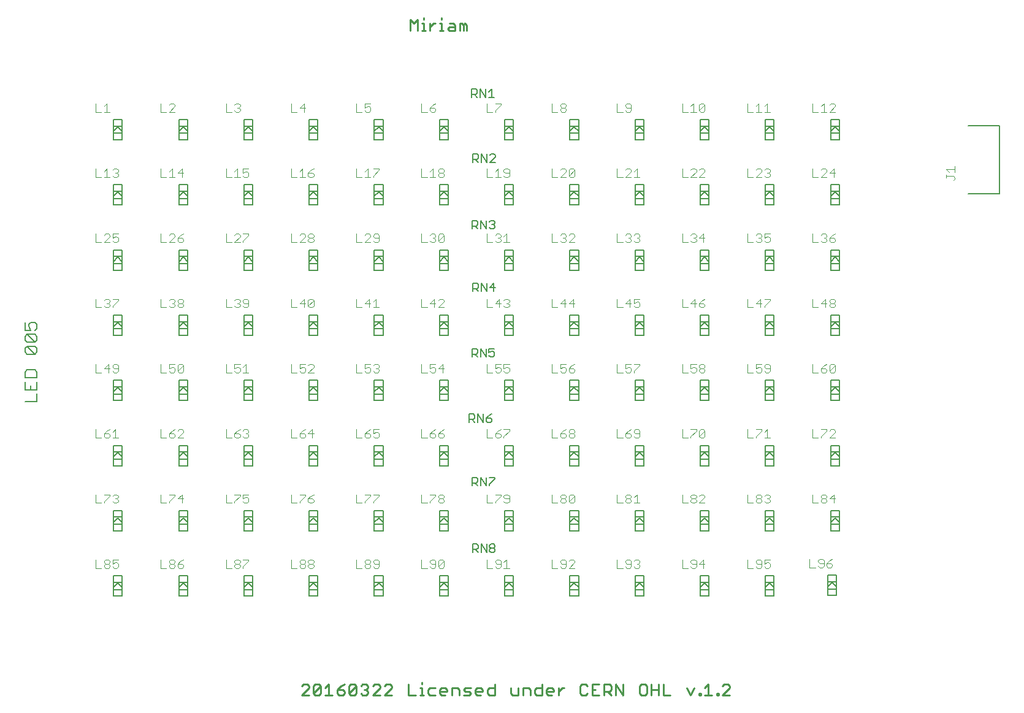
<source format=gto>
G75*
%MOIN*%
%OFA0B0*%
%FSLAX25Y25*%
%IPPOS*%
%LPD*%
%AMOC8*
5,1,8,0,0,1.08239X$1,22.5*
%
%ADD10C,0.00600*%
%ADD11C,0.01100*%
%ADD12C,0.00591*%
%ADD13C,0.00400*%
%ADD14C,0.00500*%
D10*
X0063221Y0200289D02*
X0069626Y0200289D01*
X0069626Y0204559D01*
X0069626Y0206734D02*
X0069626Y0211005D01*
X0069626Y0213180D02*
X0063221Y0213180D01*
X0063221Y0216383D01*
X0064288Y0217450D01*
X0068558Y0217450D01*
X0069626Y0216383D01*
X0069626Y0213180D01*
X0066423Y0208870D02*
X0066423Y0206734D01*
X0063221Y0206734D02*
X0069626Y0206734D01*
X0063221Y0206734D02*
X0063221Y0211005D01*
X0064288Y0226071D02*
X0063221Y0227139D01*
X0063221Y0229274D01*
X0064288Y0230341D01*
X0068558Y0226071D01*
X0069626Y0227139D01*
X0069626Y0229274D01*
X0068558Y0230341D01*
X0064288Y0230341D01*
X0064288Y0232516D02*
X0063221Y0233584D01*
X0063221Y0235719D01*
X0064288Y0236787D01*
X0068558Y0232516D01*
X0069626Y0233584D01*
X0069626Y0235719D01*
X0068558Y0236787D01*
X0064288Y0236787D01*
X0063221Y0238962D02*
X0066423Y0238962D01*
X0065356Y0241097D01*
X0065356Y0242165D01*
X0066423Y0243232D01*
X0068558Y0243232D01*
X0069626Y0242165D01*
X0069626Y0240030D01*
X0068558Y0238962D01*
X0063221Y0238962D02*
X0063221Y0243232D01*
X0064288Y0232516D02*
X0068558Y0232516D01*
X0068558Y0226071D02*
X0064288Y0226071D01*
D11*
X0272683Y0402002D02*
X0272683Y0407907D01*
X0274651Y0405939D01*
X0276620Y0407907D01*
X0276620Y0402002D01*
X0279129Y0402002D02*
X0281097Y0402002D01*
X0280113Y0402002D02*
X0280113Y0405939D01*
X0279129Y0405939D01*
X0280113Y0407907D02*
X0280113Y0408892D01*
X0283426Y0405939D02*
X0283426Y0402002D01*
X0283426Y0403971D02*
X0285394Y0405939D01*
X0286378Y0405939D01*
X0288797Y0405939D02*
X0289781Y0405939D01*
X0289781Y0402002D01*
X0288797Y0402002D02*
X0290765Y0402002D01*
X0293094Y0402987D02*
X0294078Y0403971D01*
X0297030Y0403971D01*
X0297030Y0404955D02*
X0297030Y0402002D01*
X0294078Y0402002D01*
X0293094Y0402987D01*
X0294078Y0405939D02*
X0296046Y0405939D01*
X0297030Y0404955D01*
X0299539Y0405939D02*
X0299539Y0402002D01*
X0301508Y0402002D02*
X0301508Y0404955D01*
X0302492Y0405939D01*
X0303476Y0404955D01*
X0303476Y0402002D01*
X0301508Y0404955D02*
X0300523Y0405939D01*
X0299539Y0405939D01*
X0289781Y0407907D02*
X0289781Y0408892D01*
X0279041Y0047597D02*
X0279041Y0046613D01*
X0279041Y0044645D02*
X0279041Y0040708D01*
X0278057Y0040708D02*
X0280025Y0040708D01*
X0282354Y0041692D02*
X0283338Y0040708D01*
X0286291Y0040708D01*
X0288799Y0041692D02*
X0288799Y0043661D01*
X0289784Y0044645D01*
X0291752Y0044645D01*
X0292736Y0043661D01*
X0292736Y0042677D01*
X0288799Y0042677D01*
X0288799Y0041692D02*
X0289784Y0040708D01*
X0291752Y0040708D01*
X0295245Y0040708D02*
X0295245Y0044645D01*
X0298197Y0044645D01*
X0299182Y0043661D01*
X0299182Y0040708D01*
X0301690Y0040708D02*
X0304643Y0040708D01*
X0305627Y0041692D01*
X0304643Y0042677D01*
X0302675Y0042677D01*
X0301690Y0043661D01*
X0302675Y0044645D01*
X0305627Y0044645D01*
X0308136Y0043661D02*
X0309120Y0044645D01*
X0311088Y0044645D01*
X0312073Y0043661D01*
X0312073Y0042677D01*
X0308136Y0042677D01*
X0308136Y0043661D02*
X0308136Y0041692D01*
X0309120Y0040708D01*
X0311088Y0040708D01*
X0314581Y0041692D02*
X0314581Y0043661D01*
X0315566Y0044645D01*
X0318518Y0044645D01*
X0318518Y0046613D02*
X0318518Y0040708D01*
X0315566Y0040708D01*
X0314581Y0041692D01*
X0327472Y0041692D02*
X0328457Y0040708D01*
X0331409Y0040708D01*
X0331409Y0044645D01*
X0333918Y0044645D02*
X0333918Y0040708D01*
X0337855Y0040708D02*
X0337855Y0043661D01*
X0336870Y0044645D01*
X0333918Y0044645D01*
X0327472Y0044645D02*
X0327472Y0041692D01*
X0340363Y0041692D02*
X0340363Y0043661D01*
X0341348Y0044645D01*
X0344300Y0044645D01*
X0344300Y0046613D02*
X0344300Y0040708D01*
X0341348Y0040708D01*
X0340363Y0041692D01*
X0346809Y0041692D02*
X0346809Y0043661D01*
X0347793Y0044645D01*
X0349761Y0044645D01*
X0350746Y0043661D01*
X0350746Y0042677D01*
X0346809Y0042677D01*
X0346809Y0041692D02*
X0347793Y0040708D01*
X0349761Y0040708D01*
X0353254Y0040708D02*
X0353254Y0044645D01*
X0353254Y0042677D02*
X0355223Y0044645D01*
X0356207Y0044645D01*
X0365071Y0045629D02*
X0365071Y0041692D01*
X0366055Y0040708D01*
X0368024Y0040708D01*
X0369008Y0041692D01*
X0371517Y0040708D02*
X0375453Y0040708D01*
X0377962Y0040708D02*
X0377962Y0046613D01*
X0380915Y0046613D01*
X0381899Y0045629D01*
X0381899Y0043661D01*
X0380915Y0042677D01*
X0377962Y0042677D01*
X0379930Y0042677D02*
X0381899Y0040708D01*
X0384408Y0040708D02*
X0384408Y0046613D01*
X0388344Y0040708D01*
X0388344Y0046613D01*
X0397299Y0045629D02*
X0397299Y0041692D01*
X0398283Y0040708D01*
X0400251Y0040708D01*
X0401235Y0041692D01*
X0401235Y0045629D01*
X0400251Y0046613D01*
X0398283Y0046613D01*
X0397299Y0045629D01*
X0403744Y0046613D02*
X0403744Y0040708D01*
X0403744Y0043661D02*
X0407681Y0043661D01*
X0407681Y0046613D02*
X0407681Y0040708D01*
X0410190Y0040708D02*
X0414126Y0040708D01*
X0410190Y0040708D02*
X0410190Y0046613D01*
X0423081Y0044645D02*
X0425049Y0040708D01*
X0427017Y0044645D01*
X0429526Y0041692D02*
X0430510Y0041692D01*
X0430510Y0040708D01*
X0429526Y0040708D01*
X0429526Y0041692D01*
X0432749Y0040708D02*
X0436686Y0040708D01*
X0434717Y0040708D02*
X0434717Y0046613D01*
X0432749Y0044645D01*
X0439194Y0041692D02*
X0440179Y0041692D01*
X0440179Y0040708D01*
X0439194Y0040708D01*
X0439194Y0041692D01*
X0442417Y0040708D02*
X0446354Y0044645D01*
X0446354Y0045629D01*
X0445370Y0046613D01*
X0443401Y0046613D01*
X0442417Y0045629D01*
X0442417Y0040708D02*
X0446354Y0040708D01*
X0375453Y0046613D02*
X0371517Y0046613D01*
X0371517Y0040708D01*
X0371517Y0043661D02*
X0373485Y0043661D01*
X0369008Y0045629D02*
X0368024Y0046613D01*
X0366055Y0046613D01*
X0365071Y0045629D01*
X0286291Y0044645D02*
X0283338Y0044645D01*
X0282354Y0043661D01*
X0282354Y0041692D01*
X0279041Y0044645D02*
X0278057Y0044645D01*
X0275548Y0040708D02*
X0271611Y0040708D01*
X0271611Y0046613D01*
X0262657Y0045629D02*
X0261673Y0046613D01*
X0259705Y0046613D01*
X0258720Y0045629D01*
X0256212Y0045629D02*
X0255227Y0046613D01*
X0253259Y0046613D01*
X0252275Y0045629D01*
X0249766Y0045629D02*
X0249766Y0044645D01*
X0248782Y0043661D01*
X0249766Y0042677D01*
X0249766Y0041692D01*
X0248782Y0040708D01*
X0246814Y0040708D01*
X0245829Y0041692D01*
X0243321Y0041692D02*
X0242336Y0040708D01*
X0240368Y0040708D01*
X0239384Y0041692D01*
X0243321Y0045629D01*
X0243321Y0041692D01*
X0239384Y0041692D02*
X0239384Y0045629D01*
X0240368Y0046613D01*
X0242336Y0046613D01*
X0243321Y0045629D01*
X0245829Y0045629D02*
X0246814Y0046613D01*
X0248782Y0046613D01*
X0249766Y0045629D01*
X0248782Y0043661D02*
X0247798Y0043661D01*
X0252275Y0040708D02*
X0256212Y0044645D01*
X0256212Y0045629D01*
X0256212Y0040708D02*
X0252275Y0040708D01*
X0258720Y0040708D02*
X0262657Y0044645D01*
X0262657Y0045629D01*
X0262657Y0040708D02*
X0258720Y0040708D01*
X0236875Y0041692D02*
X0236875Y0042677D01*
X0235891Y0043661D01*
X0232938Y0043661D01*
X0232938Y0041692D01*
X0233923Y0040708D01*
X0235891Y0040708D01*
X0236875Y0041692D01*
X0234907Y0045629D02*
X0232938Y0043661D01*
X0234907Y0045629D02*
X0236875Y0046613D01*
X0228461Y0046613D02*
X0228461Y0040708D01*
X0226493Y0040708D02*
X0230430Y0040708D01*
X0226493Y0044645D02*
X0228461Y0046613D01*
X0223984Y0045629D02*
X0220047Y0041692D01*
X0221032Y0040708D01*
X0223000Y0040708D01*
X0223984Y0041692D01*
X0223984Y0045629D01*
X0223000Y0046613D01*
X0221032Y0046613D01*
X0220047Y0045629D01*
X0220047Y0041692D01*
X0217539Y0040708D02*
X0213602Y0040708D01*
X0217539Y0044645D01*
X0217539Y0045629D01*
X0216554Y0046613D01*
X0214586Y0046613D01*
X0213602Y0045629D01*
D12*
X0116154Y0094517D02*
X0111430Y0094517D01*
X0111430Y0098060D01*
X0116154Y0098060D01*
X0116154Y0094517D01*
X0116154Y0098060D02*
X0116154Y0099241D01*
X0113792Y0101603D01*
X0111430Y0099241D01*
X0111430Y0101997D01*
X0116154Y0101997D01*
X0116154Y0099241D01*
X0116154Y0101997D02*
X0116154Y0105540D01*
X0111430Y0105540D01*
X0111430Y0101997D01*
X0111430Y0099241D02*
X0111430Y0098060D01*
X0146863Y0098060D02*
X0146863Y0094517D01*
X0151587Y0094517D01*
X0151587Y0098060D01*
X0146863Y0098060D01*
X0146863Y0099241D01*
X0149225Y0101603D01*
X0151587Y0099241D01*
X0151587Y0098060D01*
X0151587Y0099241D02*
X0151587Y0101997D01*
X0146863Y0101997D01*
X0146863Y0105540D01*
X0151587Y0105540D01*
X0151587Y0101997D01*
X0146863Y0101997D02*
X0146863Y0099241D01*
X0182296Y0099241D02*
X0184658Y0101603D01*
X0187020Y0099241D01*
X0187020Y0098060D01*
X0182296Y0098060D01*
X0182296Y0099241D01*
X0182296Y0101997D01*
X0187020Y0101997D01*
X0187020Y0099241D01*
X0187020Y0098060D02*
X0187020Y0094517D01*
X0182296Y0094517D01*
X0182296Y0098060D01*
X0182296Y0101997D02*
X0182296Y0105540D01*
X0187020Y0105540D01*
X0187020Y0101997D01*
X0217729Y0101997D02*
X0217729Y0099241D01*
X0220091Y0101603D01*
X0222454Y0099241D01*
X0222454Y0098060D01*
X0217729Y0098060D01*
X0217729Y0099241D01*
X0217729Y0098060D02*
X0217729Y0094517D01*
X0222454Y0094517D01*
X0222454Y0098060D01*
X0222454Y0099241D02*
X0222454Y0101997D01*
X0217729Y0101997D01*
X0217729Y0105540D01*
X0222454Y0105540D01*
X0222454Y0101997D01*
X0253162Y0101997D02*
X0253162Y0099241D01*
X0255524Y0101603D01*
X0257887Y0099241D01*
X0257887Y0098060D01*
X0253162Y0098060D01*
X0253162Y0099241D01*
X0253162Y0098060D02*
X0253162Y0094517D01*
X0257887Y0094517D01*
X0257887Y0098060D01*
X0257887Y0099241D02*
X0257887Y0101997D01*
X0253162Y0101997D01*
X0253162Y0105540D01*
X0257887Y0105540D01*
X0257887Y0101997D01*
X0288595Y0101997D02*
X0288595Y0099241D01*
X0290957Y0101603D01*
X0293320Y0099241D01*
X0293320Y0098060D01*
X0288595Y0098060D01*
X0288595Y0099241D01*
X0288595Y0098060D02*
X0288595Y0094517D01*
X0293320Y0094517D01*
X0293320Y0098060D01*
X0293320Y0099241D02*
X0293320Y0101997D01*
X0288595Y0101997D01*
X0288595Y0105540D01*
X0293320Y0105540D01*
X0293320Y0101997D01*
X0324028Y0101997D02*
X0324028Y0099241D01*
X0326391Y0101603D01*
X0328753Y0099241D01*
X0328753Y0098060D01*
X0324028Y0098060D01*
X0324028Y0099241D01*
X0324028Y0098060D02*
X0324028Y0094517D01*
X0328753Y0094517D01*
X0328753Y0098060D01*
X0328753Y0099241D02*
X0328753Y0101997D01*
X0324028Y0101997D01*
X0324028Y0105540D01*
X0328753Y0105540D01*
X0328753Y0101997D01*
X0359461Y0101997D02*
X0359461Y0099241D01*
X0361824Y0101603D01*
X0364186Y0099241D01*
X0364186Y0098060D01*
X0359461Y0098060D01*
X0359461Y0099241D01*
X0359461Y0098060D02*
X0359461Y0094517D01*
X0364186Y0094517D01*
X0364186Y0098060D01*
X0364186Y0099241D02*
X0364186Y0101997D01*
X0359461Y0101997D01*
X0359461Y0105540D01*
X0364186Y0105540D01*
X0364186Y0101997D01*
X0394894Y0101997D02*
X0394894Y0099241D01*
X0397257Y0101603D01*
X0399619Y0099241D01*
X0399619Y0098060D01*
X0394894Y0098060D01*
X0394894Y0099241D01*
X0394894Y0098060D02*
X0394894Y0094517D01*
X0399619Y0094517D01*
X0399619Y0098060D01*
X0399619Y0099241D02*
X0399619Y0101997D01*
X0394894Y0101997D01*
X0394894Y0105540D01*
X0399619Y0105540D01*
X0399619Y0101997D01*
X0430328Y0101997D02*
X0430328Y0099241D01*
X0432690Y0101603D01*
X0435052Y0099241D01*
X0435052Y0098060D01*
X0430328Y0098060D01*
X0430328Y0099241D01*
X0430328Y0098060D02*
X0430328Y0094517D01*
X0435052Y0094517D01*
X0435052Y0098060D01*
X0435052Y0099241D02*
X0435052Y0101997D01*
X0430328Y0101997D01*
X0430328Y0105540D01*
X0435052Y0105540D01*
X0435052Y0101997D01*
X0465761Y0101997D02*
X0465761Y0099241D01*
X0468123Y0101603D01*
X0470485Y0099241D01*
X0470485Y0098060D01*
X0465761Y0098060D01*
X0465761Y0099241D01*
X0465761Y0098060D02*
X0465761Y0094517D01*
X0470485Y0094517D01*
X0470485Y0098060D01*
X0470485Y0099241D02*
X0470485Y0101997D01*
X0465761Y0101997D01*
X0465761Y0105540D01*
X0470485Y0105540D01*
X0470485Y0101997D01*
X0499627Y0102324D02*
X0499627Y0099568D01*
X0501989Y0101930D01*
X0504351Y0099568D01*
X0504351Y0098387D01*
X0499627Y0098387D01*
X0499627Y0099568D01*
X0499627Y0098387D02*
X0499627Y0094843D01*
X0504351Y0094843D01*
X0504351Y0098387D01*
X0504351Y0099568D02*
X0504351Y0102324D01*
X0499627Y0102324D01*
X0499627Y0105867D01*
X0504351Y0105867D01*
X0504351Y0102324D01*
X0505918Y0129950D02*
X0501194Y0129950D01*
X0501194Y0133493D01*
X0505918Y0133493D01*
X0505918Y0129950D01*
X0505918Y0133493D02*
X0505918Y0134674D01*
X0503556Y0137036D01*
X0501194Y0134674D01*
X0501194Y0137430D01*
X0505918Y0137430D01*
X0505918Y0134674D01*
X0505918Y0137430D02*
X0505918Y0140973D01*
X0501194Y0140973D01*
X0501194Y0137430D01*
X0501194Y0134674D02*
X0501194Y0133493D01*
X0470485Y0133493D02*
X0470485Y0129950D01*
X0465761Y0129950D01*
X0465761Y0133493D01*
X0470485Y0133493D01*
X0470485Y0134674D01*
X0468123Y0137036D01*
X0465761Y0134674D01*
X0465761Y0137430D01*
X0470485Y0137430D01*
X0470485Y0134674D01*
X0470485Y0137430D02*
X0470485Y0140973D01*
X0465761Y0140973D01*
X0465761Y0137430D01*
X0465761Y0134674D02*
X0465761Y0133493D01*
X0435052Y0133493D02*
X0435052Y0129950D01*
X0430328Y0129950D01*
X0430328Y0133493D01*
X0435052Y0133493D01*
X0435052Y0134674D01*
X0432690Y0137036D01*
X0430328Y0134674D01*
X0430328Y0137430D01*
X0435052Y0137430D01*
X0435052Y0134674D01*
X0435052Y0137430D02*
X0435052Y0140973D01*
X0430328Y0140973D01*
X0430328Y0137430D01*
X0430328Y0134674D02*
X0430328Y0133493D01*
X0399619Y0133493D02*
X0399619Y0129950D01*
X0394894Y0129950D01*
X0394894Y0133493D01*
X0399619Y0133493D01*
X0399619Y0134674D01*
X0397257Y0137036D01*
X0394894Y0134674D01*
X0394894Y0137430D01*
X0399619Y0137430D01*
X0399619Y0134674D01*
X0399619Y0137430D02*
X0399619Y0140973D01*
X0394894Y0140973D01*
X0394894Y0137430D01*
X0394894Y0134674D02*
X0394894Y0133493D01*
X0364186Y0133493D02*
X0364186Y0129950D01*
X0359461Y0129950D01*
X0359461Y0133493D01*
X0364186Y0133493D01*
X0364186Y0134674D01*
X0361824Y0137036D01*
X0359461Y0134674D01*
X0359461Y0137430D01*
X0364186Y0137430D01*
X0364186Y0134674D01*
X0364186Y0137430D02*
X0364186Y0140973D01*
X0359461Y0140973D01*
X0359461Y0137430D01*
X0359461Y0134674D02*
X0359461Y0133493D01*
X0328753Y0133493D02*
X0328753Y0129950D01*
X0324028Y0129950D01*
X0324028Y0133493D01*
X0328753Y0133493D01*
X0328753Y0134674D01*
X0326391Y0137036D01*
X0324028Y0134674D01*
X0324028Y0137430D01*
X0328753Y0137430D01*
X0328753Y0134674D01*
X0328753Y0137430D02*
X0328753Y0140973D01*
X0324028Y0140973D01*
X0324028Y0137430D01*
X0324028Y0134674D02*
X0324028Y0133493D01*
X0293320Y0133493D02*
X0293320Y0129950D01*
X0288595Y0129950D01*
X0288595Y0133493D01*
X0293320Y0133493D01*
X0293320Y0134674D01*
X0290957Y0137036D01*
X0288595Y0134674D01*
X0288595Y0137430D01*
X0293320Y0137430D01*
X0293320Y0134674D01*
X0293320Y0137430D02*
X0293320Y0140973D01*
X0288595Y0140973D01*
X0288595Y0137430D01*
X0288595Y0134674D02*
X0288595Y0133493D01*
X0257887Y0133493D02*
X0257887Y0129950D01*
X0253162Y0129950D01*
X0253162Y0133493D01*
X0257887Y0133493D01*
X0257887Y0134674D01*
X0255524Y0137036D01*
X0253162Y0134674D01*
X0253162Y0137430D01*
X0257887Y0137430D01*
X0257887Y0134674D01*
X0257887Y0137430D02*
X0257887Y0140973D01*
X0253162Y0140973D01*
X0253162Y0137430D01*
X0253162Y0134674D02*
X0253162Y0133493D01*
X0222454Y0133493D02*
X0222454Y0129950D01*
X0217729Y0129950D01*
X0217729Y0133493D01*
X0222454Y0133493D01*
X0222454Y0134674D01*
X0220091Y0137036D01*
X0217729Y0134674D01*
X0217729Y0137430D01*
X0222454Y0137430D01*
X0222454Y0134674D01*
X0222454Y0137430D02*
X0222454Y0140973D01*
X0217729Y0140973D01*
X0217729Y0137430D01*
X0217729Y0134674D02*
X0217729Y0133493D01*
X0187020Y0133493D02*
X0187020Y0129950D01*
X0182296Y0129950D01*
X0182296Y0133493D01*
X0187020Y0133493D01*
X0187020Y0134674D01*
X0184658Y0137036D01*
X0182296Y0134674D01*
X0182296Y0137430D01*
X0187020Y0137430D01*
X0187020Y0134674D01*
X0187020Y0137430D02*
X0187020Y0140973D01*
X0182296Y0140973D01*
X0182296Y0137430D01*
X0182296Y0134674D02*
X0182296Y0133493D01*
X0151587Y0133493D02*
X0151587Y0129950D01*
X0146863Y0129950D01*
X0146863Y0133493D01*
X0151587Y0133493D01*
X0151587Y0134674D01*
X0149225Y0137036D01*
X0146863Y0134674D01*
X0146863Y0137430D01*
X0151587Y0137430D01*
X0151587Y0134674D01*
X0151587Y0137430D02*
X0151587Y0140973D01*
X0146863Y0140973D01*
X0146863Y0137430D01*
X0146863Y0134674D02*
X0146863Y0133493D01*
X0116154Y0133493D02*
X0116154Y0129950D01*
X0111430Y0129950D01*
X0111430Y0133493D01*
X0116154Y0133493D01*
X0116154Y0134674D01*
X0113792Y0137036D01*
X0111430Y0134674D01*
X0111430Y0137430D01*
X0116154Y0137430D01*
X0116154Y0134674D01*
X0116154Y0137430D02*
X0116154Y0140973D01*
X0111430Y0140973D01*
X0111430Y0137430D01*
X0111430Y0134674D02*
X0111430Y0133493D01*
X0111430Y0165383D02*
X0116154Y0165383D01*
X0116154Y0168926D01*
X0111430Y0168926D01*
X0111430Y0170107D01*
X0113792Y0172469D01*
X0116154Y0170107D01*
X0116154Y0168926D01*
X0116154Y0170107D02*
X0116154Y0172863D01*
X0111430Y0172863D01*
X0111430Y0176406D01*
X0116154Y0176406D01*
X0116154Y0172863D01*
X0111430Y0172863D02*
X0111430Y0170107D01*
X0111430Y0168926D02*
X0111430Y0165383D01*
X0146863Y0165383D02*
X0151587Y0165383D01*
X0151587Y0168926D01*
X0146863Y0168926D01*
X0146863Y0170107D01*
X0149225Y0172469D01*
X0151587Y0170107D01*
X0151587Y0168926D01*
X0151587Y0170107D02*
X0151587Y0172863D01*
X0146863Y0172863D01*
X0146863Y0176406D01*
X0151587Y0176406D01*
X0151587Y0172863D01*
X0146863Y0172863D02*
X0146863Y0170107D01*
X0146863Y0168926D02*
X0146863Y0165383D01*
X0182296Y0165383D02*
X0187020Y0165383D01*
X0187020Y0168926D01*
X0182296Y0168926D01*
X0182296Y0170107D01*
X0184658Y0172469D01*
X0187020Y0170107D01*
X0187020Y0168926D01*
X0187020Y0170107D02*
X0187020Y0172863D01*
X0182296Y0172863D01*
X0182296Y0176406D01*
X0187020Y0176406D01*
X0187020Y0172863D01*
X0182296Y0172863D02*
X0182296Y0170107D01*
X0182296Y0168926D02*
X0182296Y0165383D01*
X0217729Y0165383D02*
X0222454Y0165383D01*
X0222454Y0168926D01*
X0217729Y0168926D01*
X0217729Y0170107D01*
X0220091Y0172469D01*
X0222454Y0170107D01*
X0222454Y0168926D01*
X0222454Y0170107D02*
X0222454Y0172863D01*
X0217729Y0172863D01*
X0217729Y0176406D01*
X0222454Y0176406D01*
X0222454Y0172863D01*
X0217729Y0172863D02*
X0217729Y0170107D01*
X0217729Y0168926D02*
X0217729Y0165383D01*
X0253162Y0165383D02*
X0257887Y0165383D01*
X0257887Y0168926D01*
X0253162Y0168926D01*
X0253162Y0170107D01*
X0255524Y0172469D01*
X0257887Y0170107D01*
X0257887Y0168926D01*
X0257887Y0170107D02*
X0257887Y0172863D01*
X0253162Y0172863D01*
X0253162Y0176406D01*
X0257887Y0176406D01*
X0257887Y0172863D01*
X0253162Y0172863D02*
X0253162Y0170107D01*
X0253162Y0168926D02*
X0253162Y0165383D01*
X0288595Y0165383D02*
X0293320Y0165383D01*
X0293320Y0168926D01*
X0288595Y0168926D01*
X0288595Y0170107D01*
X0290957Y0172469D01*
X0293320Y0170107D01*
X0293320Y0168926D01*
X0293320Y0170107D02*
X0293320Y0172863D01*
X0288595Y0172863D01*
X0288595Y0176406D01*
X0293320Y0176406D01*
X0293320Y0172863D01*
X0288595Y0172863D02*
X0288595Y0170107D01*
X0288595Y0168926D02*
X0288595Y0165383D01*
X0324028Y0165383D02*
X0328753Y0165383D01*
X0328753Y0168926D01*
X0324028Y0168926D01*
X0324028Y0170107D01*
X0326391Y0172469D01*
X0328753Y0170107D01*
X0328753Y0168926D01*
X0328753Y0170107D02*
X0328753Y0172863D01*
X0324028Y0172863D01*
X0324028Y0176406D01*
X0328753Y0176406D01*
X0328753Y0172863D01*
X0324028Y0172863D02*
X0324028Y0170107D01*
X0324028Y0168926D02*
X0324028Y0165383D01*
X0359461Y0165383D02*
X0364186Y0165383D01*
X0364186Y0168926D01*
X0359461Y0168926D01*
X0359461Y0170107D01*
X0361824Y0172469D01*
X0364186Y0170107D01*
X0364186Y0168926D01*
X0364186Y0170107D02*
X0364186Y0172863D01*
X0359461Y0172863D01*
X0359461Y0176406D01*
X0364186Y0176406D01*
X0364186Y0172863D01*
X0359461Y0172863D02*
X0359461Y0170107D01*
X0359461Y0168926D02*
X0359461Y0165383D01*
X0394894Y0165383D02*
X0399619Y0165383D01*
X0399619Y0168926D01*
X0394894Y0168926D01*
X0394894Y0170107D01*
X0397257Y0172469D01*
X0399619Y0170107D01*
X0399619Y0168926D01*
X0399619Y0170107D02*
X0399619Y0172863D01*
X0394894Y0172863D01*
X0394894Y0176406D01*
X0399619Y0176406D01*
X0399619Y0172863D01*
X0394894Y0172863D02*
X0394894Y0170107D01*
X0394894Y0168926D02*
X0394894Y0165383D01*
X0430328Y0165383D02*
X0435052Y0165383D01*
X0435052Y0168926D01*
X0430328Y0168926D01*
X0430328Y0170107D01*
X0432690Y0172469D01*
X0435052Y0170107D01*
X0435052Y0168926D01*
X0435052Y0170107D02*
X0435052Y0172863D01*
X0430328Y0172863D01*
X0430328Y0176406D01*
X0435052Y0176406D01*
X0435052Y0172863D01*
X0430328Y0172863D02*
X0430328Y0170107D01*
X0430328Y0168926D02*
X0430328Y0165383D01*
X0465761Y0165383D02*
X0470485Y0165383D01*
X0470485Y0168926D01*
X0465761Y0168926D01*
X0465761Y0170107D01*
X0468123Y0172469D01*
X0470485Y0170107D01*
X0470485Y0168926D01*
X0470485Y0170107D02*
X0470485Y0172863D01*
X0465761Y0172863D01*
X0465761Y0176406D01*
X0470485Y0176406D01*
X0470485Y0172863D01*
X0465761Y0172863D02*
X0465761Y0170107D01*
X0465761Y0168926D02*
X0465761Y0165383D01*
X0501194Y0165383D02*
X0505918Y0165383D01*
X0505918Y0168926D01*
X0501194Y0168926D01*
X0501194Y0170107D01*
X0503556Y0172469D01*
X0505918Y0170107D01*
X0505918Y0168926D01*
X0505918Y0170107D02*
X0505918Y0172863D01*
X0501194Y0172863D01*
X0501194Y0176406D01*
X0505918Y0176406D01*
X0505918Y0172863D01*
X0501194Y0172863D02*
X0501194Y0170107D01*
X0501194Y0168926D02*
X0501194Y0165383D01*
X0501194Y0200816D02*
X0505918Y0200816D01*
X0505918Y0204359D01*
X0501194Y0204359D01*
X0501194Y0205540D01*
X0503556Y0207902D01*
X0505918Y0205540D01*
X0505918Y0204359D01*
X0505918Y0205540D02*
X0505918Y0208296D01*
X0501194Y0208296D01*
X0501194Y0211839D01*
X0505918Y0211839D01*
X0505918Y0208296D01*
X0501194Y0208296D02*
X0501194Y0205540D01*
X0501194Y0204359D02*
X0501194Y0200816D01*
X0470485Y0200816D02*
X0465761Y0200816D01*
X0465761Y0204359D01*
X0470485Y0204359D01*
X0470485Y0200816D01*
X0470485Y0204359D02*
X0470485Y0205540D01*
X0468123Y0207902D01*
X0465761Y0205540D01*
X0465761Y0208296D01*
X0470485Y0208296D01*
X0470485Y0205540D01*
X0470485Y0208296D02*
X0470485Y0211839D01*
X0465761Y0211839D01*
X0465761Y0208296D01*
X0465761Y0205540D02*
X0465761Y0204359D01*
X0435052Y0204359D02*
X0435052Y0200816D01*
X0430328Y0200816D01*
X0430328Y0204359D01*
X0435052Y0204359D01*
X0435052Y0205540D01*
X0432690Y0207902D01*
X0430328Y0205540D01*
X0430328Y0208296D01*
X0435052Y0208296D01*
X0435052Y0205540D01*
X0435052Y0208296D02*
X0435052Y0211839D01*
X0430328Y0211839D01*
X0430328Y0208296D01*
X0430328Y0205540D02*
X0430328Y0204359D01*
X0399619Y0204359D02*
X0399619Y0200816D01*
X0394894Y0200816D01*
X0394894Y0204359D01*
X0399619Y0204359D01*
X0399619Y0205540D01*
X0397257Y0207902D01*
X0394894Y0205540D01*
X0394894Y0208296D01*
X0399619Y0208296D01*
X0399619Y0205540D01*
X0399619Y0208296D02*
X0399619Y0211839D01*
X0394894Y0211839D01*
X0394894Y0208296D01*
X0394894Y0205540D02*
X0394894Y0204359D01*
X0364186Y0204359D02*
X0364186Y0200816D01*
X0359461Y0200816D01*
X0359461Y0204359D01*
X0364186Y0204359D01*
X0364186Y0205540D01*
X0361824Y0207902D01*
X0359461Y0205540D01*
X0359461Y0208296D01*
X0364186Y0208296D01*
X0364186Y0205540D01*
X0364186Y0208296D02*
X0364186Y0211839D01*
X0359461Y0211839D01*
X0359461Y0208296D01*
X0359461Y0205540D02*
X0359461Y0204359D01*
X0328753Y0204359D02*
X0328753Y0200816D01*
X0324028Y0200816D01*
X0324028Y0204359D01*
X0328753Y0204359D01*
X0328753Y0205540D01*
X0326391Y0207902D01*
X0324028Y0205540D01*
X0324028Y0208296D01*
X0328753Y0208296D01*
X0328753Y0205540D01*
X0328753Y0208296D02*
X0328753Y0211839D01*
X0324028Y0211839D01*
X0324028Y0208296D01*
X0324028Y0205540D02*
X0324028Y0204359D01*
X0293320Y0204359D02*
X0293320Y0200816D01*
X0288595Y0200816D01*
X0288595Y0204359D01*
X0293320Y0204359D01*
X0293320Y0205540D01*
X0290957Y0207902D01*
X0288595Y0205540D01*
X0288595Y0208296D01*
X0293320Y0208296D01*
X0293320Y0205540D01*
X0293320Y0208296D02*
X0293320Y0211839D01*
X0288595Y0211839D01*
X0288595Y0208296D01*
X0288595Y0205540D02*
X0288595Y0204359D01*
X0257887Y0204359D02*
X0257887Y0200816D01*
X0253162Y0200816D01*
X0253162Y0204359D01*
X0257887Y0204359D01*
X0257887Y0205540D01*
X0255524Y0207902D01*
X0253162Y0205540D01*
X0253162Y0208296D01*
X0257887Y0208296D01*
X0257887Y0205540D01*
X0257887Y0208296D02*
X0257887Y0211839D01*
X0253162Y0211839D01*
X0253162Y0208296D01*
X0253162Y0205540D02*
X0253162Y0204359D01*
X0222454Y0204359D02*
X0222454Y0200816D01*
X0217729Y0200816D01*
X0217729Y0204359D01*
X0222454Y0204359D01*
X0222454Y0205540D01*
X0220091Y0207902D01*
X0217729Y0205540D01*
X0217729Y0208296D01*
X0222454Y0208296D01*
X0222454Y0205540D01*
X0222454Y0208296D02*
X0222454Y0211839D01*
X0217729Y0211839D01*
X0217729Y0208296D01*
X0217729Y0205540D02*
X0217729Y0204359D01*
X0187020Y0204359D02*
X0187020Y0200816D01*
X0182296Y0200816D01*
X0182296Y0204359D01*
X0187020Y0204359D01*
X0187020Y0205540D01*
X0184658Y0207902D01*
X0182296Y0205540D01*
X0182296Y0208296D01*
X0187020Y0208296D01*
X0187020Y0205540D01*
X0187020Y0208296D02*
X0187020Y0211839D01*
X0182296Y0211839D01*
X0182296Y0208296D01*
X0182296Y0205540D02*
X0182296Y0204359D01*
X0151587Y0204359D02*
X0151587Y0200816D01*
X0146863Y0200816D01*
X0146863Y0204359D01*
X0151587Y0204359D01*
X0151587Y0205540D01*
X0149225Y0207902D01*
X0146863Y0205540D01*
X0146863Y0208296D01*
X0151587Y0208296D01*
X0151587Y0205540D01*
X0151587Y0208296D02*
X0151587Y0211839D01*
X0146863Y0211839D01*
X0146863Y0208296D01*
X0146863Y0205540D02*
X0146863Y0204359D01*
X0116154Y0204359D02*
X0116154Y0200816D01*
X0111430Y0200816D01*
X0111430Y0204359D01*
X0116154Y0204359D01*
X0116154Y0205540D01*
X0113792Y0207902D01*
X0111430Y0205540D01*
X0111430Y0208296D01*
X0116154Y0208296D01*
X0116154Y0205540D01*
X0116154Y0208296D02*
X0116154Y0211839D01*
X0111430Y0211839D01*
X0111430Y0208296D01*
X0111430Y0205540D02*
X0111430Y0204359D01*
X0111430Y0236249D02*
X0116154Y0236249D01*
X0116154Y0239792D01*
X0111430Y0239792D01*
X0111430Y0240973D01*
X0113792Y0243335D01*
X0116154Y0240973D01*
X0116154Y0239792D01*
X0116154Y0240973D02*
X0116154Y0243729D01*
X0111430Y0243729D01*
X0111430Y0247272D01*
X0116154Y0247272D01*
X0116154Y0243729D01*
X0111430Y0243729D02*
X0111430Y0240973D01*
X0111430Y0239792D02*
X0111430Y0236249D01*
X0146863Y0236249D02*
X0151587Y0236249D01*
X0151587Y0239792D01*
X0146863Y0239792D01*
X0146863Y0240973D01*
X0149225Y0243335D01*
X0151587Y0240973D01*
X0151587Y0239792D01*
X0151587Y0240973D02*
X0151587Y0243729D01*
X0146863Y0243729D01*
X0146863Y0247272D01*
X0151587Y0247272D01*
X0151587Y0243729D01*
X0146863Y0243729D02*
X0146863Y0240973D01*
X0146863Y0239792D02*
X0146863Y0236249D01*
X0182296Y0236249D02*
X0187020Y0236249D01*
X0187020Y0239792D01*
X0182296Y0239792D01*
X0182296Y0240973D01*
X0184658Y0243335D01*
X0187020Y0240973D01*
X0187020Y0239792D01*
X0187020Y0240973D02*
X0187020Y0243729D01*
X0182296Y0243729D01*
X0182296Y0247272D01*
X0187020Y0247272D01*
X0187020Y0243729D01*
X0182296Y0243729D02*
X0182296Y0240973D01*
X0182296Y0239792D02*
X0182296Y0236249D01*
X0217729Y0236249D02*
X0222454Y0236249D01*
X0222454Y0239792D01*
X0217729Y0239792D01*
X0217729Y0240973D01*
X0220091Y0243335D01*
X0222454Y0240973D01*
X0222454Y0239792D01*
X0222454Y0240973D02*
X0222454Y0243729D01*
X0217729Y0243729D01*
X0217729Y0247272D01*
X0222454Y0247272D01*
X0222454Y0243729D01*
X0217729Y0243729D02*
X0217729Y0240973D01*
X0217729Y0239792D02*
X0217729Y0236249D01*
X0253162Y0236249D02*
X0257887Y0236249D01*
X0257887Y0239792D01*
X0253162Y0239792D01*
X0253162Y0240973D01*
X0255524Y0243335D01*
X0257887Y0240973D01*
X0257887Y0239792D01*
X0257887Y0240973D02*
X0257887Y0243729D01*
X0253162Y0243729D01*
X0253162Y0247272D01*
X0257887Y0247272D01*
X0257887Y0243729D01*
X0253162Y0243729D02*
X0253162Y0240973D01*
X0253162Y0239792D02*
X0253162Y0236249D01*
X0288595Y0236249D02*
X0293320Y0236249D01*
X0293320Y0239792D01*
X0288595Y0239792D01*
X0288595Y0240973D01*
X0290957Y0243335D01*
X0293320Y0240973D01*
X0293320Y0239792D01*
X0293320Y0240973D02*
X0293320Y0243729D01*
X0288595Y0243729D01*
X0288595Y0247272D01*
X0293320Y0247272D01*
X0293320Y0243729D01*
X0288595Y0243729D02*
X0288595Y0240973D01*
X0288595Y0239792D02*
X0288595Y0236249D01*
X0324028Y0236249D02*
X0328753Y0236249D01*
X0328753Y0239792D01*
X0324028Y0239792D01*
X0324028Y0240973D01*
X0326391Y0243335D01*
X0328753Y0240973D01*
X0328753Y0239792D01*
X0328753Y0240973D02*
X0328753Y0243729D01*
X0324028Y0243729D01*
X0324028Y0247272D01*
X0328753Y0247272D01*
X0328753Y0243729D01*
X0324028Y0243729D02*
X0324028Y0240973D01*
X0324028Y0239792D02*
X0324028Y0236249D01*
X0359461Y0236249D02*
X0364186Y0236249D01*
X0364186Y0239792D01*
X0359461Y0239792D01*
X0359461Y0240973D01*
X0361824Y0243335D01*
X0364186Y0240973D01*
X0364186Y0239792D01*
X0364186Y0240973D02*
X0364186Y0243729D01*
X0359461Y0243729D01*
X0359461Y0247272D01*
X0364186Y0247272D01*
X0364186Y0243729D01*
X0359461Y0243729D02*
X0359461Y0240973D01*
X0359461Y0239792D02*
X0359461Y0236249D01*
X0394894Y0236249D02*
X0399619Y0236249D01*
X0399619Y0239792D01*
X0394894Y0239792D01*
X0394894Y0240973D01*
X0397257Y0243335D01*
X0399619Y0240973D01*
X0399619Y0239792D01*
X0399619Y0240973D02*
X0399619Y0243729D01*
X0394894Y0243729D01*
X0394894Y0247272D01*
X0399619Y0247272D01*
X0399619Y0243729D01*
X0394894Y0243729D02*
X0394894Y0240973D01*
X0394894Y0239792D02*
X0394894Y0236249D01*
X0430328Y0236249D02*
X0435052Y0236249D01*
X0435052Y0239792D01*
X0430328Y0239792D01*
X0430328Y0240973D01*
X0432690Y0243335D01*
X0435052Y0240973D01*
X0435052Y0239792D01*
X0435052Y0240973D02*
X0435052Y0243729D01*
X0430328Y0243729D01*
X0430328Y0247272D01*
X0435052Y0247272D01*
X0435052Y0243729D01*
X0430328Y0243729D02*
X0430328Y0240973D01*
X0430328Y0239792D02*
X0430328Y0236249D01*
X0465761Y0236249D02*
X0470485Y0236249D01*
X0470485Y0239792D01*
X0465761Y0239792D01*
X0465761Y0240973D01*
X0468123Y0243335D01*
X0470485Y0240973D01*
X0470485Y0239792D01*
X0470485Y0240973D02*
X0470485Y0243729D01*
X0465761Y0243729D01*
X0465761Y0247272D01*
X0470485Y0247272D01*
X0470485Y0243729D01*
X0465761Y0243729D02*
X0465761Y0240973D01*
X0465761Y0239792D02*
X0465761Y0236249D01*
X0501194Y0236249D02*
X0505918Y0236249D01*
X0505918Y0239792D01*
X0501194Y0239792D01*
X0501194Y0240973D01*
X0503556Y0243335D01*
X0505918Y0240973D01*
X0505918Y0239792D01*
X0505918Y0240973D02*
X0505918Y0243729D01*
X0501194Y0243729D01*
X0501194Y0247272D01*
X0505918Y0247272D01*
X0505918Y0243729D01*
X0501194Y0243729D02*
X0501194Y0240973D01*
X0501194Y0239792D02*
X0501194Y0236249D01*
X0501194Y0271682D02*
X0505918Y0271682D01*
X0505918Y0275225D01*
X0501194Y0275225D01*
X0501194Y0276406D01*
X0503556Y0278769D01*
X0505918Y0276406D01*
X0505918Y0275225D01*
X0505918Y0276406D02*
X0505918Y0279162D01*
X0501194Y0279162D01*
X0501194Y0282706D01*
X0505918Y0282706D01*
X0505918Y0279162D01*
X0501194Y0279162D02*
X0501194Y0276406D01*
X0501194Y0275225D02*
X0501194Y0271682D01*
X0470485Y0271682D02*
X0465761Y0271682D01*
X0465761Y0275225D01*
X0470485Y0275225D01*
X0470485Y0271682D01*
X0470485Y0275225D02*
X0470485Y0276406D01*
X0468123Y0278769D01*
X0465761Y0276406D01*
X0465761Y0279162D01*
X0470485Y0279162D01*
X0470485Y0276406D01*
X0470485Y0279162D02*
X0470485Y0282706D01*
X0465761Y0282706D01*
X0465761Y0279162D01*
X0465761Y0276406D02*
X0465761Y0275225D01*
X0435052Y0275225D02*
X0435052Y0271682D01*
X0430328Y0271682D01*
X0430328Y0275225D01*
X0435052Y0275225D01*
X0435052Y0276406D01*
X0432690Y0278769D01*
X0430328Y0276406D01*
X0430328Y0279162D01*
X0435052Y0279162D01*
X0435052Y0276406D01*
X0435052Y0279162D02*
X0435052Y0282706D01*
X0430328Y0282706D01*
X0430328Y0279162D01*
X0430328Y0276406D02*
X0430328Y0275225D01*
X0399619Y0275225D02*
X0399619Y0271682D01*
X0394894Y0271682D01*
X0394894Y0275225D01*
X0399619Y0275225D01*
X0399619Y0276406D01*
X0397257Y0278769D01*
X0394894Y0276406D01*
X0394894Y0279162D01*
X0399619Y0279162D01*
X0399619Y0276406D01*
X0399619Y0279162D02*
X0399619Y0282706D01*
X0394894Y0282706D01*
X0394894Y0279162D01*
X0394894Y0276406D02*
X0394894Y0275225D01*
X0364186Y0275225D02*
X0364186Y0271682D01*
X0359461Y0271682D01*
X0359461Y0275225D01*
X0364186Y0275225D01*
X0364186Y0276406D01*
X0361824Y0278769D01*
X0359461Y0276406D01*
X0359461Y0279162D01*
X0364186Y0279162D01*
X0364186Y0276406D01*
X0364186Y0279162D02*
X0364186Y0282706D01*
X0359461Y0282706D01*
X0359461Y0279162D01*
X0359461Y0276406D02*
X0359461Y0275225D01*
X0328753Y0275225D02*
X0328753Y0271682D01*
X0324028Y0271682D01*
X0324028Y0275225D01*
X0328753Y0275225D01*
X0328753Y0276406D01*
X0326391Y0278769D01*
X0324028Y0276406D01*
X0324028Y0279162D01*
X0328753Y0279162D01*
X0328753Y0276406D01*
X0328753Y0279162D02*
X0328753Y0282706D01*
X0324028Y0282706D01*
X0324028Y0279162D01*
X0324028Y0276406D02*
X0324028Y0275225D01*
X0293320Y0275225D02*
X0293320Y0271682D01*
X0288595Y0271682D01*
X0288595Y0275225D01*
X0293320Y0275225D01*
X0293320Y0276406D01*
X0290957Y0278769D01*
X0288595Y0276406D01*
X0288595Y0279162D01*
X0293320Y0279162D01*
X0293320Y0276406D01*
X0293320Y0279162D02*
X0293320Y0282706D01*
X0288595Y0282706D01*
X0288595Y0279162D01*
X0288595Y0276406D02*
X0288595Y0275225D01*
X0257887Y0275225D02*
X0257887Y0271682D01*
X0253162Y0271682D01*
X0253162Y0275225D01*
X0257887Y0275225D01*
X0257887Y0276406D01*
X0255524Y0278769D01*
X0253162Y0276406D01*
X0253162Y0279162D01*
X0257887Y0279162D01*
X0257887Y0276406D01*
X0257887Y0279162D02*
X0257887Y0282706D01*
X0253162Y0282706D01*
X0253162Y0279162D01*
X0253162Y0276406D02*
X0253162Y0275225D01*
X0222454Y0275225D02*
X0222454Y0271682D01*
X0217729Y0271682D01*
X0217729Y0275225D01*
X0222454Y0275225D01*
X0222454Y0276406D01*
X0220091Y0278769D01*
X0217729Y0276406D01*
X0217729Y0279162D01*
X0222454Y0279162D01*
X0222454Y0276406D01*
X0222454Y0279162D02*
X0222454Y0282706D01*
X0217729Y0282706D01*
X0217729Y0279162D01*
X0217729Y0276406D02*
X0217729Y0275225D01*
X0187020Y0275225D02*
X0187020Y0271682D01*
X0182296Y0271682D01*
X0182296Y0275225D01*
X0187020Y0275225D01*
X0187020Y0276406D01*
X0184658Y0278769D01*
X0182296Y0276406D01*
X0182296Y0279162D01*
X0187020Y0279162D01*
X0187020Y0276406D01*
X0187020Y0279162D02*
X0187020Y0282706D01*
X0182296Y0282706D01*
X0182296Y0279162D01*
X0182296Y0276406D02*
X0182296Y0275225D01*
X0151587Y0275225D02*
X0151587Y0271682D01*
X0146863Y0271682D01*
X0146863Y0275225D01*
X0151587Y0275225D01*
X0151587Y0276406D01*
X0149225Y0278769D01*
X0146863Y0276406D01*
X0146863Y0279162D01*
X0151587Y0279162D01*
X0151587Y0276406D01*
X0151587Y0279162D02*
X0151587Y0282706D01*
X0146863Y0282706D01*
X0146863Y0279162D01*
X0146863Y0276406D02*
X0146863Y0275225D01*
X0116154Y0275225D02*
X0116154Y0271682D01*
X0111430Y0271682D01*
X0111430Y0275225D01*
X0116154Y0275225D01*
X0116154Y0276406D01*
X0113792Y0278769D01*
X0111430Y0276406D01*
X0111430Y0279162D01*
X0116154Y0279162D01*
X0116154Y0276406D01*
X0116154Y0279162D02*
X0116154Y0282706D01*
X0111430Y0282706D01*
X0111430Y0279162D01*
X0111430Y0276406D02*
X0111430Y0275225D01*
X0111430Y0307115D02*
X0116154Y0307115D01*
X0116154Y0310658D01*
X0111430Y0310658D01*
X0111430Y0311839D01*
X0113792Y0314202D01*
X0116154Y0311839D01*
X0116154Y0310658D01*
X0116154Y0311839D02*
X0116154Y0314595D01*
X0111430Y0314595D01*
X0111430Y0318139D01*
X0116154Y0318139D01*
X0116154Y0314595D01*
X0111430Y0314595D02*
X0111430Y0311839D01*
X0111430Y0310658D02*
X0111430Y0307115D01*
X0146863Y0307115D02*
X0151587Y0307115D01*
X0151587Y0310658D01*
X0146863Y0310658D01*
X0146863Y0311839D01*
X0149225Y0314202D01*
X0151587Y0311839D01*
X0151587Y0310658D01*
X0151587Y0311839D02*
X0151587Y0314595D01*
X0146863Y0314595D01*
X0146863Y0318139D01*
X0151587Y0318139D01*
X0151587Y0314595D01*
X0146863Y0314595D02*
X0146863Y0311839D01*
X0146863Y0310658D02*
X0146863Y0307115D01*
X0182296Y0307115D02*
X0187020Y0307115D01*
X0187020Y0310658D01*
X0182296Y0310658D01*
X0182296Y0311839D01*
X0184658Y0314202D01*
X0187020Y0311839D01*
X0187020Y0310658D01*
X0187020Y0311839D02*
X0187020Y0314595D01*
X0182296Y0314595D01*
X0182296Y0318139D01*
X0187020Y0318139D01*
X0187020Y0314595D01*
X0182296Y0314595D02*
X0182296Y0311839D01*
X0182296Y0310658D02*
X0182296Y0307115D01*
X0217729Y0307115D02*
X0222454Y0307115D01*
X0222454Y0310658D01*
X0217729Y0310658D01*
X0217729Y0311839D01*
X0220091Y0314202D01*
X0222454Y0311839D01*
X0222454Y0310658D01*
X0222454Y0311839D02*
X0222454Y0314595D01*
X0217729Y0314595D01*
X0217729Y0318139D01*
X0222454Y0318139D01*
X0222454Y0314595D01*
X0217729Y0314595D02*
X0217729Y0311839D01*
X0217729Y0310658D02*
X0217729Y0307115D01*
X0253162Y0307115D02*
X0257887Y0307115D01*
X0257887Y0310658D01*
X0253162Y0310658D01*
X0253162Y0311839D01*
X0255524Y0314202D01*
X0257887Y0311839D01*
X0257887Y0310658D01*
X0257887Y0311839D02*
X0257887Y0314595D01*
X0253162Y0314595D01*
X0253162Y0318139D01*
X0257887Y0318139D01*
X0257887Y0314595D01*
X0253162Y0314595D02*
X0253162Y0311839D01*
X0253162Y0310658D02*
X0253162Y0307115D01*
X0288595Y0307115D02*
X0293320Y0307115D01*
X0293320Y0310658D01*
X0288595Y0310658D01*
X0288595Y0311839D01*
X0290957Y0314202D01*
X0293320Y0311839D01*
X0293320Y0310658D01*
X0293320Y0311839D02*
X0293320Y0314595D01*
X0288595Y0314595D01*
X0288595Y0318139D01*
X0293320Y0318139D01*
X0293320Y0314595D01*
X0288595Y0314595D02*
X0288595Y0311839D01*
X0288595Y0310658D02*
X0288595Y0307115D01*
X0324028Y0307115D02*
X0328753Y0307115D01*
X0328753Y0310658D01*
X0324028Y0310658D01*
X0324028Y0311839D01*
X0326391Y0314202D01*
X0328753Y0311839D01*
X0328753Y0310658D01*
X0328753Y0311839D02*
X0328753Y0314595D01*
X0324028Y0314595D01*
X0324028Y0318139D01*
X0328753Y0318139D01*
X0328753Y0314595D01*
X0324028Y0314595D02*
X0324028Y0311839D01*
X0324028Y0310658D02*
X0324028Y0307115D01*
X0359461Y0307115D02*
X0364186Y0307115D01*
X0364186Y0310658D01*
X0359461Y0310658D01*
X0359461Y0311839D01*
X0361824Y0314202D01*
X0364186Y0311839D01*
X0364186Y0310658D01*
X0364186Y0311839D02*
X0364186Y0314595D01*
X0359461Y0314595D01*
X0359461Y0318139D01*
X0364186Y0318139D01*
X0364186Y0314595D01*
X0359461Y0314595D02*
X0359461Y0311839D01*
X0359461Y0310658D02*
X0359461Y0307115D01*
X0394894Y0307115D02*
X0399619Y0307115D01*
X0399619Y0310658D01*
X0394894Y0310658D01*
X0394894Y0311839D01*
X0397257Y0314202D01*
X0399619Y0311839D01*
X0399619Y0310658D01*
X0399619Y0311839D02*
X0399619Y0314595D01*
X0394894Y0314595D01*
X0394894Y0318139D01*
X0399619Y0318139D01*
X0399619Y0314595D01*
X0394894Y0314595D02*
X0394894Y0311839D01*
X0394894Y0310658D02*
X0394894Y0307115D01*
X0430328Y0307115D02*
X0435052Y0307115D01*
X0435052Y0310658D01*
X0430328Y0310658D01*
X0430328Y0311839D01*
X0432690Y0314202D01*
X0435052Y0311839D01*
X0435052Y0310658D01*
X0435052Y0311839D02*
X0435052Y0314595D01*
X0430328Y0314595D01*
X0430328Y0318139D01*
X0435052Y0318139D01*
X0435052Y0314595D01*
X0430328Y0314595D02*
X0430328Y0311839D01*
X0430328Y0310658D02*
X0430328Y0307115D01*
X0465761Y0307115D02*
X0470485Y0307115D01*
X0470485Y0310658D01*
X0465761Y0310658D01*
X0465761Y0311839D01*
X0468123Y0314202D01*
X0470485Y0311839D01*
X0470485Y0310658D01*
X0470485Y0311839D02*
X0470485Y0314595D01*
X0465761Y0314595D01*
X0465761Y0318139D01*
X0470485Y0318139D01*
X0470485Y0314595D01*
X0465761Y0314595D02*
X0465761Y0311839D01*
X0465761Y0310658D02*
X0465761Y0307115D01*
X0501194Y0307115D02*
X0505918Y0307115D01*
X0505918Y0310658D01*
X0501194Y0310658D01*
X0501194Y0311839D01*
X0503556Y0314202D01*
X0505918Y0311839D01*
X0505918Y0310658D01*
X0505918Y0311839D02*
X0505918Y0314595D01*
X0501194Y0314595D01*
X0501194Y0318139D01*
X0505918Y0318139D01*
X0505918Y0314595D01*
X0501194Y0314595D02*
X0501194Y0311839D01*
X0501194Y0310658D02*
X0501194Y0307115D01*
X0501194Y0342548D02*
X0505918Y0342548D01*
X0505918Y0346091D01*
X0501194Y0346091D01*
X0501194Y0347272D01*
X0503556Y0349635D01*
X0505918Y0347272D01*
X0505918Y0346091D01*
X0505918Y0347272D02*
X0505918Y0350028D01*
X0501194Y0350028D01*
X0501194Y0353572D01*
X0505918Y0353572D01*
X0505918Y0350028D01*
X0501194Y0350028D02*
X0501194Y0347272D01*
X0501194Y0346091D02*
X0501194Y0342548D01*
X0470485Y0342548D02*
X0465761Y0342548D01*
X0465761Y0346091D01*
X0470485Y0346091D01*
X0470485Y0342548D01*
X0470485Y0346091D02*
X0470485Y0347272D01*
X0468123Y0349635D01*
X0465761Y0347272D01*
X0465761Y0350028D01*
X0470485Y0350028D01*
X0470485Y0347272D01*
X0470485Y0350028D02*
X0470485Y0353572D01*
X0465761Y0353572D01*
X0465761Y0350028D01*
X0465761Y0347272D02*
X0465761Y0346091D01*
X0435052Y0346091D02*
X0435052Y0342548D01*
X0430328Y0342548D01*
X0430328Y0346091D01*
X0435052Y0346091D01*
X0435052Y0347272D01*
X0432690Y0349635D01*
X0430328Y0347272D01*
X0430328Y0350028D01*
X0435052Y0350028D01*
X0435052Y0347272D01*
X0435052Y0350028D02*
X0435052Y0353572D01*
X0430328Y0353572D01*
X0430328Y0350028D01*
X0430328Y0347272D02*
X0430328Y0346091D01*
X0399619Y0346091D02*
X0399619Y0342548D01*
X0394894Y0342548D01*
X0394894Y0346091D01*
X0399619Y0346091D01*
X0399619Y0347272D01*
X0397257Y0349635D01*
X0394894Y0347272D01*
X0394894Y0350028D01*
X0399619Y0350028D01*
X0399619Y0347272D01*
X0399619Y0350028D02*
X0399619Y0353572D01*
X0394894Y0353572D01*
X0394894Y0350028D01*
X0394894Y0347272D02*
X0394894Y0346091D01*
X0364186Y0346091D02*
X0364186Y0342548D01*
X0359461Y0342548D01*
X0359461Y0346091D01*
X0364186Y0346091D01*
X0364186Y0347272D01*
X0361824Y0349635D01*
X0359461Y0347272D01*
X0359461Y0350028D01*
X0364186Y0350028D01*
X0364186Y0347272D01*
X0364186Y0350028D02*
X0364186Y0353572D01*
X0359461Y0353572D01*
X0359461Y0350028D01*
X0359461Y0347272D02*
X0359461Y0346091D01*
X0328753Y0346091D02*
X0328753Y0342548D01*
X0324028Y0342548D01*
X0324028Y0346091D01*
X0328753Y0346091D01*
X0328753Y0347272D01*
X0326391Y0349635D01*
X0324028Y0347272D01*
X0324028Y0350028D01*
X0328753Y0350028D01*
X0328753Y0347272D01*
X0328753Y0350028D02*
X0328753Y0353572D01*
X0324028Y0353572D01*
X0324028Y0350028D01*
X0324028Y0347272D02*
X0324028Y0346091D01*
X0293320Y0346091D02*
X0293320Y0342548D01*
X0288595Y0342548D01*
X0288595Y0346091D01*
X0293320Y0346091D01*
X0293320Y0347272D01*
X0290957Y0349635D01*
X0288595Y0347272D01*
X0288595Y0350028D01*
X0293320Y0350028D01*
X0293320Y0347272D01*
X0293320Y0350028D02*
X0293320Y0353572D01*
X0288595Y0353572D01*
X0288595Y0350028D01*
X0288595Y0347272D02*
X0288595Y0346091D01*
X0257887Y0346091D02*
X0257887Y0342548D01*
X0253162Y0342548D01*
X0253162Y0346091D01*
X0257887Y0346091D01*
X0257887Y0347272D01*
X0255524Y0349635D01*
X0253162Y0347272D01*
X0253162Y0350028D01*
X0257887Y0350028D01*
X0257887Y0347272D01*
X0257887Y0350028D02*
X0257887Y0353572D01*
X0253162Y0353572D01*
X0253162Y0350028D01*
X0253162Y0347272D02*
X0253162Y0346091D01*
X0222454Y0346091D02*
X0222454Y0342548D01*
X0217729Y0342548D01*
X0217729Y0346091D01*
X0222454Y0346091D01*
X0222454Y0347272D01*
X0220091Y0349635D01*
X0217729Y0347272D01*
X0217729Y0350028D01*
X0222454Y0350028D01*
X0222454Y0347272D01*
X0222454Y0350028D02*
X0222454Y0353572D01*
X0217729Y0353572D01*
X0217729Y0350028D01*
X0217729Y0347272D02*
X0217729Y0346091D01*
X0187020Y0346091D02*
X0187020Y0342548D01*
X0182296Y0342548D01*
X0182296Y0346091D01*
X0187020Y0346091D01*
X0187020Y0347272D01*
X0184658Y0349635D01*
X0182296Y0347272D01*
X0182296Y0350028D01*
X0187020Y0350028D01*
X0187020Y0347272D01*
X0187020Y0350028D02*
X0187020Y0353572D01*
X0182296Y0353572D01*
X0182296Y0350028D01*
X0182296Y0347272D02*
X0182296Y0346091D01*
X0151587Y0346091D02*
X0151587Y0342548D01*
X0146863Y0342548D01*
X0146863Y0346091D01*
X0151587Y0346091D01*
X0151587Y0347272D01*
X0149225Y0349635D01*
X0146863Y0347272D01*
X0146863Y0350028D01*
X0151587Y0350028D01*
X0151587Y0347272D01*
X0151587Y0350028D02*
X0151587Y0353572D01*
X0146863Y0353572D01*
X0146863Y0350028D01*
X0146863Y0347272D02*
X0146863Y0346091D01*
X0116154Y0346091D02*
X0116154Y0342548D01*
X0111430Y0342548D01*
X0111430Y0346091D01*
X0116154Y0346091D01*
X0116154Y0347272D01*
X0113792Y0349635D01*
X0111430Y0347272D01*
X0111430Y0350028D01*
X0116154Y0350028D01*
X0116154Y0347272D01*
X0116154Y0350028D02*
X0116154Y0353572D01*
X0111430Y0353572D01*
X0111430Y0350028D01*
X0111430Y0347272D02*
X0111430Y0346091D01*
D13*
X0109303Y0357748D02*
X0106234Y0357748D01*
X0107768Y0357748D02*
X0107768Y0362352D01*
X0106234Y0360817D01*
X0104699Y0357748D02*
X0101630Y0357748D01*
X0101630Y0362352D01*
X0137063Y0362352D02*
X0137063Y0357748D01*
X0140132Y0357748D01*
X0141667Y0357748D02*
X0144736Y0360817D01*
X0144736Y0361585D01*
X0143969Y0362352D01*
X0142434Y0362352D01*
X0141667Y0361585D01*
X0141667Y0357748D02*
X0144736Y0357748D01*
X0172496Y0357748D02*
X0175565Y0357748D01*
X0177100Y0358515D02*
X0177867Y0357748D01*
X0179402Y0357748D01*
X0180169Y0358515D01*
X0180169Y0359283D01*
X0179402Y0360050D01*
X0178635Y0360050D01*
X0179402Y0360050D02*
X0180169Y0360817D01*
X0180169Y0361585D01*
X0179402Y0362352D01*
X0177867Y0362352D01*
X0177100Y0361585D01*
X0172496Y0362352D02*
X0172496Y0357748D01*
X0207929Y0357748D02*
X0210998Y0357748D01*
X0212533Y0360050D02*
X0215602Y0360050D01*
X0214835Y0362352D02*
X0212533Y0360050D01*
X0214835Y0357748D02*
X0214835Y0362352D01*
X0207929Y0362352D02*
X0207929Y0357748D01*
X0243362Y0357748D02*
X0246431Y0357748D01*
X0247966Y0358515D02*
X0248733Y0357748D01*
X0250268Y0357748D01*
X0251035Y0358515D01*
X0251035Y0360050D01*
X0250268Y0360817D01*
X0249501Y0360817D01*
X0247966Y0360050D01*
X0247966Y0362352D01*
X0251035Y0362352D01*
X0243362Y0362352D02*
X0243362Y0357748D01*
X0278795Y0357748D02*
X0281865Y0357748D01*
X0283399Y0358515D02*
X0284167Y0357748D01*
X0285701Y0357748D01*
X0286468Y0358515D01*
X0286468Y0359283D01*
X0285701Y0360050D01*
X0283399Y0360050D01*
X0283399Y0358515D01*
X0283399Y0360050D02*
X0284934Y0361585D01*
X0286468Y0362352D01*
X0278795Y0362352D02*
X0278795Y0357748D01*
X0314228Y0357748D02*
X0317298Y0357748D01*
X0318832Y0357748D02*
X0318832Y0358515D01*
X0321902Y0361585D01*
X0321902Y0362352D01*
X0318832Y0362352D01*
X0314228Y0362352D02*
X0314228Y0357748D01*
X0349661Y0357748D02*
X0352731Y0357748D01*
X0354265Y0358515D02*
X0354265Y0359283D01*
X0355033Y0360050D01*
X0356567Y0360050D01*
X0357335Y0359283D01*
X0357335Y0358515D01*
X0356567Y0357748D01*
X0355033Y0357748D01*
X0354265Y0358515D01*
X0355033Y0360050D02*
X0354265Y0360817D01*
X0354265Y0361585D01*
X0355033Y0362352D01*
X0356567Y0362352D01*
X0357335Y0361585D01*
X0357335Y0360817D01*
X0356567Y0360050D01*
X0349661Y0362352D02*
X0349661Y0357748D01*
X0385094Y0357748D02*
X0388164Y0357748D01*
X0389698Y0358515D02*
X0390466Y0357748D01*
X0392000Y0357748D01*
X0392768Y0358515D01*
X0392768Y0361585D01*
X0392000Y0362352D01*
X0390466Y0362352D01*
X0389698Y0361585D01*
X0389698Y0360817D01*
X0390466Y0360050D01*
X0392768Y0360050D01*
X0385094Y0362352D02*
X0385094Y0357748D01*
X0420528Y0357748D02*
X0423597Y0357748D01*
X0425131Y0357748D02*
X0428201Y0357748D01*
X0426666Y0357748D02*
X0426666Y0362352D01*
X0425131Y0360817D01*
X0429735Y0361585D02*
X0429735Y0358515D01*
X0432805Y0361585D01*
X0432805Y0358515D01*
X0432037Y0357748D01*
X0430503Y0357748D01*
X0429735Y0358515D01*
X0429735Y0361585D02*
X0430503Y0362352D01*
X0432037Y0362352D01*
X0432805Y0361585D01*
X0420528Y0362352D02*
X0420528Y0357748D01*
X0455961Y0357748D02*
X0459030Y0357748D01*
X0460565Y0357748D02*
X0463634Y0357748D01*
X0465168Y0357748D02*
X0468238Y0357748D01*
X0466703Y0357748D02*
X0466703Y0362352D01*
X0465168Y0360817D01*
X0462099Y0362352D02*
X0462099Y0357748D01*
X0460565Y0360817D02*
X0462099Y0362352D01*
X0455961Y0362352D02*
X0455961Y0357748D01*
X0491394Y0357748D02*
X0494463Y0357748D01*
X0495998Y0357748D02*
X0499067Y0357748D01*
X0500602Y0357748D02*
X0503671Y0360817D01*
X0503671Y0361585D01*
X0502904Y0362352D01*
X0501369Y0362352D01*
X0500602Y0361585D01*
X0497532Y0362352D02*
X0497532Y0357748D01*
X0500602Y0357748D02*
X0503671Y0357748D01*
X0497532Y0362352D02*
X0495998Y0360817D01*
X0491394Y0362352D02*
X0491394Y0357748D01*
X0491394Y0326919D02*
X0491394Y0322315D01*
X0494463Y0322315D01*
X0495998Y0322315D02*
X0499067Y0325384D01*
X0499067Y0326152D01*
X0498300Y0326919D01*
X0496765Y0326919D01*
X0495998Y0326152D01*
X0495998Y0322315D02*
X0499067Y0322315D01*
X0500602Y0324617D02*
X0503671Y0324617D01*
X0502904Y0326919D02*
X0500602Y0324617D01*
X0502904Y0322315D02*
X0502904Y0326919D01*
X0468238Y0326152D02*
X0468238Y0325384D01*
X0467470Y0324617D01*
X0468238Y0323850D01*
X0468238Y0323082D01*
X0467470Y0322315D01*
X0465936Y0322315D01*
X0465168Y0323082D01*
X0463634Y0322315D02*
X0460565Y0322315D01*
X0463634Y0325384D01*
X0463634Y0326152D01*
X0462867Y0326919D01*
X0461332Y0326919D01*
X0460565Y0326152D01*
X0459030Y0322315D02*
X0455961Y0322315D01*
X0455961Y0326919D01*
X0465168Y0326152D02*
X0465936Y0326919D01*
X0467470Y0326919D01*
X0468238Y0326152D01*
X0467470Y0324617D02*
X0466703Y0324617D01*
X0432805Y0325384D02*
X0432805Y0326152D01*
X0432037Y0326919D01*
X0430503Y0326919D01*
X0429735Y0326152D01*
X0428201Y0326152D02*
X0427433Y0326919D01*
X0425899Y0326919D01*
X0425131Y0326152D01*
X0428201Y0326152D02*
X0428201Y0325384D01*
X0425131Y0322315D01*
X0428201Y0322315D01*
X0429735Y0322315D02*
X0432805Y0325384D01*
X0432805Y0322315D02*
X0429735Y0322315D01*
X0423597Y0322315D02*
X0420528Y0322315D01*
X0420528Y0326919D01*
X0397372Y0322315D02*
X0394302Y0322315D01*
X0392768Y0322315D02*
X0389698Y0322315D01*
X0392768Y0325384D01*
X0392768Y0326152D01*
X0392000Y0326919D01*
X0390466Y0326919D01*
X0389698Y0326152D01*
X0388164Y0322315D02*
X0385094Y0322315D01*
X0385094Y0326919D01*
X0394302Y0325384D02*
X0395837Y0326919D01*
X0395837Y0322315D01*
X0361939Y0323082D02*
X0361171Y0322315D01*
X0359637Y0322315D01*
X0358869Y0323082D01*
X0361939Y0326152D01*
X0361939Y0323082D01*
X0361939Y0326152D02*
X0361171Y0326919D01*
X0359637Y0326919D01*
X0358869Y0326152D01*
X0358869Y0323082D01*
X0357335Y0322315D02*
X0354265Y0322315D01*
X0357335Y0325384D01*
X0357335Y0326152D01*
X0356567Y0326919D01*
X0355033Y0326919D01*
X0354265Y0326152D01*
X0352731Y0322315D02*
X0349661Y0322315D01*
X0349661Y0326919D01*
X0326505Y0326152D02*
X0326505Y0323082D01*
X0325738Y0322315D01*
X0324204Y0322315D01*
X0323436Y0323082D01*
X0321902Y0322315D02*
X0318832Y0322315D01*
X0317298Y0322315D02*
X0314228Y0322315D01*
X0314228Y0326919D01*
X0318832Y0325384D02*
X0320367Y0326919D01*
X0320367Y0322315D01*
X0323436Y0325384D02*
X0324204Y0324617D01*
X0326505Y0324617D01*
X0326505Y0326152D02*
X0325738Y0326919D01*
X0324204Y0326919D01*
X0323436Y0326152D01*
X0323436Y0325384D01*
X0291072Y0325384D02*
X0290305Y0324617D01*
X0288770Y0324617D01*
X0288003Y0325384D01*
X0288003Y0326152D01*
X0288770Y0326919D01*
X0290305Y0326919D01*
X0291072Y0326152D01*
X0291072Y0325384D01*
X0290305Y0324617D02*
X0291072Y0323850D01*
X0291072Y0323082D01*
X0290305Y0322315D01*
X0288770Y0322315D01*
X0288003Y0323082D01*
X0288003Y0323850D01*
X0288770Y0324617D01*
X0286468Y0322315D02*
X0283399Y0322315D01*
X0281865Y0322315D02*
X0278795Y0322315D01*
X0278795Y0326919D01*
X0283399Y0325384D02*
X0284934Y0326919D01*
X0284934Y0322315D01*
X0255639Y0326152D02*
X0252570Y0323082D01*
X0252570Y0322315D01*
X0251035Y0322315D02*
X0247966Y0322315D01*
X0246431Y0322315D02*
X0243362Y0322315D01*
X0243362Y0326919D01*
X0247966Y0325384D02*
X0249501Y0326919D01*
X0249501Y0322315D01*
X0252570Y0326919D02*
X0255639Y0326919D01*
X0255639Y0326152D01*
X0220206Y0326919D02*
X0218672Y0326152D01*
X0217137Y0324617D01*
X0219439Y0324617D01*
X0220206Y0323850D01*
X0220206Y0323082D01*
X0219439Y0322315D01*
X0217904Y0322315D01*
X0217137Y0323082D01*
X0217137Y0324617D01*
X0215602Y0322315D02*
X0212533Y0322315D01*
X0210998Y0322315D02*
X0207929Y0322315D01*
X0207929Y0326919D01*
X0212533Y0325384D02*
X0214068Y0326919D01*
X0214068Y0322315D01*
X0184773Y0323082D02*
X0184006Y0322315D01*
X0182471Y0322315D01*
X0181704Y0323082D01*
X0181704Y0324617D02*
X0183239Y0325384D01*
X0184006Y0325384D01*
X0184773Y0324617D01*
X0184773Y0323082D01*
X0181704Y0324617D02*
X0181704Y0326919D01*
X0184773Y0326919D01*
X0178635Y0326919D02*
X0178635Y0322315D01*
X0180169Y0322315D02*
X0177100Y0322315D01*
X0175565Y0322315D02*
X0172496Y0322315D01*
X0172496Y0326919D01*
X0177100Y0325384D02*
X0178635Y0326919D01*
X0149340Y0324617D02*
X0146271Y0324617D01*
X0148573Y0326919D01*
X0148573Y0322315D01*
X0144736Y0322315D02*
X0141667Y0322315D01*
X0143202Y0322315D02*
X0143202Y0326919D01*
X0141667Y0325384D01*
X0140132Y0322315D02*
X0137063Y0322315D01*
X0137063Y0326919D01*
X0113907Y0326152D02*
X0113907Y0325384D01*
X0113140Y0324617D01*
X0113907Y0323850D01*
X0113907Y0323082D01*
X0113140Y0322315D01*
X0111605Y0322315D01*
X0110838Y0323082D01*
X0109303Y0322315D02*
X0106234Y0322315D01*
X0107768Y0322315D02*
X0107768Y0326919D01*
X0106234Y0325384D01*
X0104699Y0322315D02*
X0101630Y0322315D01*
X0101630Y0326919D01*
X0110838Y0326152D02*
X0111605Y0326919D01*
X0113140Y0326919D01*
X0113907Y0326152D01*
X0113140Y0324617D02*
X0112372Y0324617D01*
X0110838Y0291486D02*
X0110838Y0289184D01*
X0112372Y0289951D01*
X0113140Y0289951D01*
X0113907Y0289184D01*
X0113907Y0287649D01*
X0113140Y0286882D01*
X0111605Y0286882D01*
X0110838Y0287649D01*
X0109303Y0286882D02*
X0106234Y0286882D01*
X0109303Y0289951D01*
X0109303Y0290718D01*
X0108536Y0291486D01*
X0107001Y0291486D01*
X0106234Y0290718D01*
X0104699Y0286882D02*
X0101630Y0286882D01*
X0101630Y0291486D01*
X0110838Y0291486D02*
X0113907Y0291486D01*
X0137063Y0291486D02*
X0137063Y0286882D01*
X0140132Y0286882D01*
X0141667Y0286882D02*
X0144736Y0289951D01*
X0144736Y0290718D01*
X0143969Y0291486D01*
X0142434Y0291486D01*
X0141667Y0290718D01*
X0141667Y0286882D02*
X0144736Y0286882D01*
X0146271Y0287649D02*
X0147038Y0286882D01*
X0148573Y0286882D01*
X0149340Y0287649D01*
X0149340Y0288417D01*
X0148573Y0289184D01*
X0146271Y0289184D01*
X0146271Y0287649D01*
X0146271Y0289184D02*
X0147805Y0290718D01*
X0149340Y0291486D01*
X0172496Y0291486D02*
X0172496Y0286882D01*
X0175565Y0286882D01*
X0177100Y0286882D02*
X0180169Y0289951D01*
X0180169Y0290718D01*
X0179402Y0291486D01*
X0177867Y0291486D01*
X0177100Y0290718D01*
X0177100Y0286882D02*
X0180169Y0286882D01*
X0181704Y0286882D02*
X0181704Y0287649D01*
X0184773Y0290718D01*
X0184773Y0291486D01*
X0181704Y0291486D01*
X0207929Y0291486D02*
X0207929Y0286882D01*
X0210998Y0286882D01*
X0212533Y0286882D02*
X0215602Y0289951D01*
X0215602Y0290718D01*
X0214835Y0291486D01*
X0213300Y0291486D01*
X0212533Y0290718D01*
X0212533Y0286882D02*
X0215602Y0286882D01*
X0217137Y0287649D02*
X0217137Y0288417D01*
X0217904Y0289184D01*
X0219439Y0289184D01*
X0220206Y0288417D01*
X0220206Y0287649D01*
X0219439Y0286882D01*
X0217904Y0286882D01*
X0217137Y0287649D01*
X0217904Y0289184D02*
X0217137Y0289951D01*
X0217137Y0290718D01*
X0217904Y0291486D01*
X0219439Y0291486D01*
X0220206Y0290718D01*
X0220206Y0289951D01*
X0219439Y0289184D01*
X0243362Y0291486D02*
X0243362Y0286882D01*
X0246431Y0286882D01*
X0247966Y0286882D02*
X0251035Y0289951D01*
X0251035Y0290718D01*
X0250268Y0291486D01*
X0248733Y0291486D01*
X0247966Y0290718D01*
X0247966Y0286882D02*
X0251035Y0286882D01*
X0252570Y0287649D02*
X0253337Y0286882D01*
X0254872Y0286882D01*
X0255639Y0287649D01*
X0255639Y0290718D01*
X0254872Y0291486D01*
X0253337Y0291486D01*
X0252570Y0290718D01*
X0252570Y0289951D01*
X0253337Y0289184D01*
X0255639Y0289184D01*
X0278795Y0291486D02*
X0278795Y0286882D01*
X0281865Y0286882D01*
X0283399Y0287649D02*
X0284167Y0286882D01*
X0285701Y0286882D01*
X0286468Y0287649D01*
X0286468Y0288417D01*
X0285701Y0289184D01*
X0284934Y0289184D01*
X0285701Y0289184D02*
X0286468Y0289951D01*
X0286468Y0290718D01*
X0285701Y0291486D01*
X0284167Y0291486D01*
X0283399Y0290718D01*
X0288003Y0290718D02*
X0288003Y0287649D01*
X0291072Y0290718D01*
X0291072Y0287649D01*
X0290305Y0286882D01*
X0288770Y0286882D01*
X0288003Y0287649D01*
X0288003Y0290718D02*
X0288770Y0291486D01*
X0290305Y0291486D01*
X0291072Y0290718D01*
X0314228Y0291486D02*
X0314228Y0286882D01*
X0317298Y0286882D01*
X0318832Y0287649D02*
X0319600Y0286882D01*
X0321134Y0286882D01*
X0321902Y0287649D01*
X0321902Y0288417D01*
X0321134Y0289184D01*
X0320367Y0289184D01*
X0321134Y0289184D02*
X0321902Y0289951D01*
X0321902Y0290718D01*
X0321134Y0291486D01*
X0319600Y0291486D01*
X0318832Y0290718D01*
X0323436Y0289951D02*
X0324971Y0291486D01*
X0324971Y0286882D01*
X0326505Y0286882D02*
X0323436Y0286882D01*
X0349661Y0286882D02*
X0352731Y0286882D01*
X0354265Y0287649D02*
X0355033Y0286882D01*
X0356567Y0286882D01*
X0357335Y0287649D01*
X0357335Y0288417D01*
X0356567Y0289184D01*
X0355800Y0289184D01*
X0356567Y0289184D02*
X0357335Y0289951D01*
X0357335Y0290718D01*
X0356567Y0291486D01*
X0355033Y0291486D01*
X0354265Y0290718D01*
X0358869Y0290718D02*
X0359637Y0291486D01*
X0361171Y0291486D01*
X0361939Y0290718D01*
X0361939Y0289951D01*
X0358869Y0286882D01*
X0361939Y0286882D01*
X0349661Y0286882D02*
X0349661Y0291486D01*
X0385094Y0291486D02*
X0385094Y0286882D01*
X0388164Y0286882D01*
X0389698Y0287649D02*
X0390466Y0286882D01*
X0392000Y0286882D01*
X0392768Y0287649D01*
X0392768Y0288417D01*
X0392000Y0289184D01*
X0391233Y0289184D01*
X0392000Y0289184D02*
X0392768Y0289951D01*
X0392768Y0290718D01*
X0392000Y0291486D01*
X0390466Y0291486D01*
X0389698Y0290718D01*
X0394302Y0290718D02*
X0395070Y0291486D01*
X0396604Y0291486D01*
X0397372Y0290718D01*
X0397372Y0289951D01*
X0396604Y0289184D01*
X0397372Y0288417D01*
X0397372Y0287649D01*
X0396604Y0286882D01*
X0395070Y0286882D01*
X0394302Y0287649D01*
X0395837Y0289184D02*
X0396604Y0289184D01*
X0420528Y0291486D02*
X0420528Y0286882D01*
X0423597Y0286882D01*
X0425131Y0287649D02*
X0425899Y0286882D01*
X0427433Y0286882D01*
X0428201Y0287649D01*
X0428201Y0288417D01*
X0427433Y0289184D01*
X0426666Y0289184D01*
X0427433Y0289184D02*
X0428201Y0289951D01*
X0428201Y0290718D01*
X0427433Y0291486D01*
X0425899Y0291486D01*
X0425131Y0290718D01*
X0429735Y0289184D02*
X0432805Y0289184D01*
X0432037Y0286882D02*
X0432037Y0291486D01*
X0429735Y0289184D01*
X0455961Y0291486D02*
X0455961Y0286882D01*
X0459030Y0286882D01*
X0460565Y0287649D02*
X0461332Y0286882D01*
X0462867Y0286882D01*
X0463634Y0287649D01*
X0463634Y0288417D01*
X0462867Y0289184D01*
X0462099Y0289184D01*
X0462867Y0289184D02*
X0463634Y0289951D01*
X0463634Y0290718D01*
X0462867Y0291486D01*
X0461332Y0291486D01*
X0460565Y0290718D01*
X0465168Y0291486D02*
X0465168Y0289184D01*
X0466703Y0289951D01*
X0467470Y0289951D01*
X0468238Y0289184D01*
X0468238Y0287649D01*
X0467470Y0286882D01*
X0465936Y0286882D01*
X0465168Y0287649D01*
X0465168Y0291486D02*
X0468238Y0291486D01*
X0491394Y0291486D02*
X0491394Y0286882D01*
X0494463Y0286882D01*
X0495998Y0287649D02*
X0496765Y0286882D01*
X0498300Y0286882D01*
X0499067Y0287649D01*
X0499067Y0288417D01*
X0498300Y0289184D01*
X0497532Y0289184D01*
X0498300Y0289184D02*
X0499067Y0289951D01*
X0499067Y0290718D01*
X0498300Y0291486D01*
X0496765Y0291486D01*
X0495998Y0290718D01*
X0500602Y0289184D02*
X0500602Y0287649D01*
X0501369Y0286882D01*
X0502904Y0286882D01*
X0503671Y0287649D01*
X0503671Y0288417D01*
X0502904Y0289184D01*
X0500602Y0289184D01*
X0502136Y0290718D01*
X0503671Y0291486D01*
X0502904Y0256053D02*
X0503671Y0255285D01*
X0503671Y0254518D01*
X0502904Y0253751D01*
X0501369Y0253751D01*
X0500602Y0254518D01*
X0500602Y0255285D01*
X0501369Y0256053D01*
X0502904Y0256053D01*
X0502904Y0253751D02*
X0503671Y0252983D01*
X0503671Y0252216D01*
X0502904Y0251449D01*
X0501369Y0251449D01*
X0500602Y0252216D01*
X0500602Y0252983D01*
X0501369Y0253751D01*
X0499067Y0253751D02*
X0495998Y0253751D01*
X0498300Y0256053D01*
X0498300Y0251449D01*
X0494463Y0251449D02*
X0491394Y0251449D01*
X0491394Y0256053D01*
X0468238Y0256053D02*
X0468238Y0255285D01*
X0465168Y0252216D01*
X0465168Y0251449D01*
X0462867Y0251449D02*
X0462867Y0256053D01*
X0460565Y0253751D01*
X0463634Y0253751D01*
X0465168Y0256053D02*
X0468238Y0256053D01*
X0459030Y0251449D02*
X0455961Y0251449D01*
X0455961Y0256053D01*
X0432805Y0256053D02*
X0431270Y0255285D01*
X0429735Y0253751D01*
X0432037Y0253751D01*
X0432805Y0252983D01*
X0432805Y0252216D01*
X0432037Y0251449D01*
X0430503Y0251449D01*
X0429735Y0252216D01*
X0429735Y0253751D01*
X0428201Y0253751D02*
X0425131Y0253751D01*
X0427433Y0256053D01*
X0427433Y0251449D01*
X0423597Y0251449D02*
X0420528Y0251449D01*
X0420528Y0256053D01*
X0397372Y0256053D02*
X0394302Y0256053D01*
X0394302Y0253751D01*
X0395837Y0254518D01*
X0396604Y0254518D01*
X0397372Y0253751D01*
X0397372Y0252216D01*
X0396604Y0251449D01*
X0395070Y0251449D01*
X0394302Y0252216D01*
X0392768Y0253751D02*
X0389698Y0253751D01*
X0392000Y0256053D01*
X0392000Y0251449D01*
X0388164Y0251449D02*
X0385094Y0251449D01*
X0385094Y0256053D01*
X0361939Y0253751D02*
X0358869Y0253751D01*
X0361171Y0256053D01*
X0361171Y0251449D01*
X0357335Y0253751D02*
X0354265Y0253751D01*
X0356567Y0256053D01*
X0356567Y0251449D01*
X0352731Y0251449D02*
X0349661Y0251449D01*
X0349661Y0256053D01*
X0326505Y0255285D02*
X0326505Y0254518D01*
X0325738Y0253751D01*
X0326505Y0252983D01*
X0326505Y0252216D01*
X0325738Y0251449D01*
X0324204Y0251449D01*
X0323436Y0252216D01*
X0321902Y0253751D02*
X0318832Y0253751D01*
X0321134Y0256053D01*
X0321134Y0251449D01*
X0317298Y0251449D02*
X0314228Y0251449D01*
X0314228Y0256053D01*
X0323436Y0255285D02*
X0324204Y0256053D01*
X0325738Y0256053D01*
X0326505Y0255285D01*
X0325738Y0253751D02*
X0324971Y0253751D01*
X0291072Y0254518D02*
X0288003Y0251449D01*
X0291072Y0251449D01*
X0291072Y0254518D02*
X0291072Y0255285D01*
X0290305Y0256053D01*
X0288770Y0256053D01*
X0288003Y0255285D01*
X0286468Y0253751D02*
X0283399Y0253751D01*
X0285701Y0256053D01*
X0285701Y0251449D01*
X0281865Y0251449D02*
X0278795Y0251449D01*
X0278795Y0256053D01*
X0255639Y0251449D02*
X0252570Y0251449D01*
X0254105Y0251449D02*
X0254105Y0256053D01*
X0252570Y0254518D01*
X0251035Y0253751D02*
X0247966Y0253751D01*
X0250268Y0256053D01*
X0250268Y0251449D01*
X0246431Y0251449D02*
X0243362Y0251449D01*
X0243362Y0256053D01*
X0220206Y0255285D02*
X0220206Y0252216D01*
X0219439Y0251449D01*
X0217904Y0251449D01*
X0217137Y0252216D01*
X0220206Y0255285D01*
X0219439Y0256053D01*
X0217904Y0256053D01*
X0217137Y0255285D01*
X0217137Y0252216D01*
X0215602Y0253751D02*
X0212533Y0253751D01*
X0214835Y0256053D01*
X0214835Y0251449D01*
X0210998Y0251449D02*
X0207929Y0251449D01*
X0207929Y0256053D01*
X0184773Y0255285D02*
X0184773Y0252216D01*
X0184006Y0251449D01*
X0182471Y0251449D01*
X0181704Y0252216D01*
X0180169Y0252216D02*
X0179402Y0251449D01*
X0177867Y0251449D01*
X0177100Y0252216D01*
X0175565Y0251449D02*
X0172496Y0251449D01*
X0172496Y0256053D01*
X0177100Y0255285D02*
X0177867Y0256053D01*
X0179402Y0256053D01*
X0180169Y0255285D01*
X0180169Y0254518D01*
X0179402Y0253751D01*
X0180169Y0252983D01*
X0180169Y0252216D01*
X0179402Y0253751D02*
X0178635Y0253751D01*
X0181704Y0254518D02*
X0182471Y0253751D01*
X0184773Y0253751D01*
X0184773Y0255285D02*
X0184006Y0256053D01*
X0182471Y0256053D01*
X0181704Y0255285D01*
X0181704Y0254518D01*
X0149340Y0254518D02*
X0148573Y0253751D01*
X0147038Y0253751D01*
X0146271Y0254518D01*
X0146271Y0255285D01*
X0147038Y0256053D01*
X0148573Y0256053D01*
X0149340Y0255285D01*
X0149340Y0254518D01*
X0148573Y0253751D02*
X0149340Y0252983D01*
X0149340Y0252216D01*
X0148573Y0251449D01*
X0147038Y0251449D01*
X0146271Y0252216D01*
X0146271Y0252983D01*
X0147038Y0253751D01*
X0144736Y0254518D02*
X0143969Y0253751D01*
X0144736Y0252983D01*
X0144736Y0252216D01*
X0143969Y0251449D01*
X0142434Y0251449D01*
X0141667Y0252216D01*
X0140132Y0251449D02*
X0137063Y0251449D01*
X0137063Y0256053D01*
X0141667Y0255285D02*
X0142434Y0256053D01*
X0143969Y0256053D01*
X0144736Y0255285D01*
X0144736Y0254518D01*
X0143969Y0253751D02*
X0143202Y0253751D01*
X0113907Y0255285D02*
X0110838Y0252216D01*
X0110838Y0251449D01*
X0109303Y0252216D02*
X0108536Y0251449D01*
X0107001Y0251449D01*
X0106234Y0252216D01*
X0104699Y0251449D02*
X0101630Y0251449D01*
X0101630Y0256053D01*
X0106234Y0255285D02*
X0107001Y0256053D01*
X0108536Y0256053D01*
X0109303Y0255285D01*
X0109303Y0254518D01*
X0108536Y0253751D01*
X0109303Y0252983D01*
X0109303Y0252216D01*
X0108536Y0253751D02*
X0107768Y0253751D01*
X0110838Y0256053D02*
X0113907Y0256053D01*
X0113907Y0255285D01*
X0113140Y0220620D02*
X0111605Y0220620D01*
X0110838Y0219852D01*
X0110838Y0219085D01*
X0111605Y0218318D01*
X0113907Y0218318D01*
X0113907Y0219852D02*
X0113140Y0220620D01*
X0113907Y0219852D02*
X0113907Y0216783D01*
X0113140Y0216016D01*
X0111605Y0216016D01*
X0110838Y0216783D01*
X0109303Y0218318D02*
X0106234Y0218318D01*
X0108536Y0220620D01*
X0108536Y0216016D01*
X0104699Y0216016D02*
X0101630Y0216016D01*
X0101630Y0220620D01*
X0137063Y0220620D02*
X0137063Y0216016D01*
X0140132Y0216016D01*
X0141667Y0216783D02*
X0142434Y0216016D01*
X0143969Y0216016D01*
X0144736Y0216783D01*
X0144736Y0218318D01*
X0143969Y0219085D01*
X0143202Y0219085D01*
X0141667Y0218318D01*
X0141667Y0220620D01*
X0144736Y0220620D01*
X0146271Y0219852D02*
X0147038Y0220620D01*
X0148573Y0220620D01*
X0149340Y0219852D01*
X0146271Y0216783D01*
X0147038Y0216016D01*
X0148573Y0216016D01*
X0149340Y0216783D01*
X0149340Y0219852D01*
X0146271Y0219852D02*
X0146271Y0216783D01*
X0172496Y0216016D02*
X0175565Y0216016D01*
X0177100Y0216783D02*
X0177867Y0216016D01*
X0179402Y0216016D01*
X0180169Y0216783D01*
X0180169Y0218318D01*
X0179402Y0219085D01*
X0178635Y0219085D01*
X0177100Y0218318D01*
X0177100Y0220620D01*
X0180169Y0220620D01*
X0181704Y0219085D02*
X0183239Y0220620D01*
X0183239Y0216016D01*
X0184773Y0216016D02*
X0181704Y0216016D01*
X0172496Y0216016D02*
X0172496Y0220620D01*
X0207929Y0220620D02*
X0207929Y0216016D01*
X0210998Y0216016D01*
X0212533Y0216783D02*
X0213300Y0216016D01*
X0214835Y0216016D01*
X0215602Y0216783D01*
X0215602Y0218318D01*
X0214835Y0219085D01*
X0214068Y0219085D01*
X0212533Y0218318D01*
X0212533Y0220620D01*
X0215602Y0220620D01*
X0217137Y0219852D02*
X0217904Y0220620D01*
X0219439Y0220620D01*
X0220206Y0219852D01*
X0220206Y0219085D01*
X0217137Y0216016D01*
X0220206Y0216016D01*
X0243362Y0216016D02*
X0246431Y0216016D01*
X0247966Y0216783D02*
X0248733Y0216016D01*
X0250268Y0216016D01*
X0251035Y0216783D01*
X0251035Y0218318D01*
X0250268Y0219085D01*
X0249501Y0219085D01*
X0247966Y0218318D01*
X0247966Y0220620D01*
X0251035Y0220620D01*
X0252570Y0219852D02*
X0253337Y0220620D01*
X0254872Y0220620D01*
X0255639Y0219852D01*
X0255639Y0219085D01*
X0254872Y0218318D01*
X0255639Y0217550D01*
X0255639Y0216783D01*
X0254872Y0216016D01*
X0253337Y0216016D01*
X0252570Y0216783D01*
X0254105Y0218318D02*
X0254872Y0218318D01*
X0243362Y0220620D02*
X0243362Y0216016D01*
X0278795Y0216016D02*
X0281865Y0216016D01*
X0283399Y0216783D02*
X0284167Y0216016D01*
X0285701Y0216016D01*
X0286468Y0216783D01*
X0286468Y0218318D01*
X0285701Y0219085D01*
X0284934Y0219085D01*
X0283399Y0218318D01*
X0283399Y0220620D01*
X0286468Y0220620D01*
X0288003Y0218318D02*
X0291072Y0218318D01*
X0290305Y0220620D02*
X0288003Y0218318D01*
X0290305Y0216016D02*
X0290305Y0220620D01*
X0278795Y0220620D02*
X0278795Y0216016D01*
X0314228Y0216016D02*
X0317298Y0216016D01*
X0318832Y0216783D02*
X0319600Y0216016D01*
X0321134Y0216016D01*
X0321902Y0216783D01*
X0321902Y0218318D01*
X0321134Y0219085D01*
X0320367Y0219085D01*
X0318832Y0218318D01*
X0318832Y0220620D01*
X0321902Y0220620D01*
X0323436Y0220620D02*
X0323436Y0218318D01*
X0324971Y0219085D01*
X0325738Y0219085D01*
X0326505Y0218318D01*
X0326505Y0216783D01*
X0325738Y0216016D01*
X0324204Y0216016D01*
X0323436Y0216783D01*
X0323436Y0220620D02*
X0326505Y0220620D01*
X0314228Y0220620D02*
X0314228Y0216016D01*
X0349661Y0216016D02*
X0352731Y0216016D01*
X0354265Y0216783D02*
X0355033Y0216016D01*
X0356567Y0216016D01*
X0357335Y0216783D01*
X0357335Y0218318D01*
X0356567Y0219085D01*
X0355800Y0219085D01*
X0354265Y0218318D01*
X0354265Y0220620D01*
X0357335Y0220620D01*
X0358869Y0218318D02*
X0361171Y0218318D01*
X0361939Y0217550D01*
X0361939Y0216783D01*
X0361171Y0216016D01*
X0359637Y0216016D01*
X0358869Y0216783D01*
X0358869Y0218318D01*
X0360404Y0219852D01*
X0361939Y0220620D01*
X0349661Y0220620D02*
X0349661Y0216016D01*
X0385094Y0216016D02*
X0388164Y0216016D01*
X0389698Y0216783D02*
X0390466Y0216016D01*
X0392000Y0216016D01*
X0392768Y0216783D01*
X0392768Y0218318D01*
X0392000Y0219085D01*
X0391233Y0219085D01*
X0389698Y0218318D01*
X0389698Y0220620D01*
X0392768Y0220620D01*
X0394302Y0220620D02*
X0397372Y0220620D01*
X0397372Y0219852D01*
X0394302Y0216783D01*
X0394302Y0216016D01*
X0385094Y0216016D02*
X0385094Y0220620D01*
X0420528Y0220620D02*
X0420528Y0216016D01*
X0423597Y0216016D01*
X0425131Y0216783D02*
X0425899Y0216016D01*
X0427433Y0216016D01*
X0428201Y0216783D01*
X0428201Y0218318D01*
X0427433Y0219085D01*
X0426666Y0219085D01*
X0425131Y0218318D01*
X0425131Y0220620D01*
X0428201Y0220620D01*
X0429735Y0219852D02*
X0429735Y0219085D01*
X0430503Y0218318D01*
X0432037Y0218318D01*
X0432805Y0217550D01*
X0432805Y0216783D01*
X0432037Y0216016D01*
X0430503Y0216016D01*
X0429735Y0216783D01*
X0429735Y0217550D01*
X0430503Y0218318D01*
X0432037Y0218318D02*
X0432805Y0219085D01*
X0432805Y0219852D01*
X0432037Y0220620D01*
X0430503Y0220620D01*
X0429735Y0219852D01*
X0455961Y0220620D02*
X0455961Y0216016D01*
X0459030Y0216016D01*
X0460565Y0216783D02*
X0461332Y0216016D01*
X0462867Y0216016D01*
X0463634Y0216783D01*
X0463634Y0218318D01*
X0462867Y0219085D01*
X0462099Y0219085D01*
X0460565Y0218318D01*
X0460565Y0220620D01*
X0463634Y0220620D01*
X0465168Y0219852D02*
X0465168Y0219085D01*
X0465936Y0218318D01*
X0468238Y0218318D01*
X0468238Y0219852D02*
X0467470Y0220620D01*
X0465936Y0220620D01*
X0465168Y0219852D01*
X0465168Y0216783D02*
X0465936Y0216016D01*
X0467470Y0216016D01*
X0468238Y0216783D01*
X0468238Y0219852D01*
X0491394Y0220620D02*
X0491394Y0216016D01*
X0494463Y0216016D01*
X0495998Y0216783D02*
X0496765Y0216016D01*
X0498300Y0216016D01*
X0499067Y0216783D01*
X0499067Y0217550D01*
X0498300Y0218318D01*
X0495998Y0218318D01*
X0495998Y0216783D01*
X0495998Y0218318D02*
X0497532Y0219852D01*
X0499067Y0220620D01*
X0500602Y0219852D02*
X0501369Y0220620D01*
X0502904Y0220620D01*
X0503671Y0219852D01*
X0500602Y0216783D01*
X0501369Y0216016D01*
X0502904Y0216016D01*
X0503671Y0216783D01*
X0503671Y0219852D01*
X0500602Y0219852D02*
X0500602Y0216783D01*
X0501369Y0185187D02*
X0500602Y0184419D01*
X0501369Y0185187D02*
X0502904Y0185187D01*
X0503671Y0184419D01*
X0503671Y0183652D01*
X0500602Y0180583D01*
X0503671Y0180583D01*
X0499067Y0184419D02*
X0495998Y0181350D01*
X0495998Y0180583D01*
X0494463Y0180583D02*
X0491394Y0180583D01*
X0491394Y0185187D01*
X0495998Y0185187D02*
X0499067Y0185187D01*
X0499067Y0184419D01*
X0468238Y0180583D02*
X0465168Y0180583D01*
X0466703Y0180583D02*
X0466703Y0185187D01*
X0465168Y0183652D01*
X0463634Y0184419D02*
X0460565Y0181350D01*
X0460565Y0180583D01*
X0459030Y0180583D02*
X0455961Y0180583D01*
X0455961Y0185187D01*
X0460565Y0185187D02*
X0463634Y0185187D01*
X0463634Y0184419D01*
X0432805Y0184419D02*
X0432805Y0181350D01*
X0432037Y0180583D01*
X0430503Y0180583D01*
X0429735Y0181350D01*
X0432805Y0184419D01*
X0432037Y0185187D01*
X0430503Y0185187D01*
X0429735Y0184419D01*
X0429735Y0181350D01*
X0428201Y0184419D02*
X0425131Y0181350D01*
X0425131Y0180583D01*
X0423597Y0180583D02*
X0420528Y0180583D01*
X0420528Y0185187D01*
X0425131Y0185187D02*
X0428201Y0185187D01*
X0428201Y0184419D01*
X0397372Y0184419D02*
X0397372Y0181350D01*
X0396604Y0180583D01*
X0395070Y0180583D01*
X0394302Y0181350D01*
X0392768Y0181350D02*
X0392768Y0182117D01*
X0392000Y0182885D01*
X0389698Y0182885D01*
X0389698Y0181350D01*
X0390466Y0180583D01*
X0392000Y0180583D01*
X0392768Y0181350D01*
X0395070Y0182885D02*
X0397372Y0182885D01*
X0397372Y0184419D02*
X0396604Y0185187D01*
X0395070Y0185187D01*
X0394302Y0184419D01*
X0394302Y0183652D01*
X0395070Y0182885D01*
X0392768Y0185187D02*
X0391233Y0184419D01*
X0389698Y0182885D01*
X0388164Y0180583D02*
X0385094Y0180583D01*
X0385094Y0185187D01*
X0361939Y0184419D02*
X0361939Y0183652D01*
X0361171Y0182885D01*
X0359637Y0182885D01*
X0358869Y0183652D01*
X0358869Y0184419D01*
X0359637Y0185187D01*
X0361171Y0185187D01*
X0361939Y0184419D01*
X0361171Y0182885D02*
X0361939Y0182117D01*
X0361939Y0181350D01*
X0361171Y0180583D01*
X0359637Y0180583D01*
X0358869Y0181350D01*
X0358869Y0182117D01*
X0359637Y0182885D01*
X0357335Y0182117D02*
X0357335Y0181350D01*
X0356567Y0180583D01*
X0355033Y0180583D01*
X0354265Y0181350D01*
X0354265Y0182885D01*
X0356567Y0182885D01*
X0357335Y0182117D01*
X0355800Y0184419D02*
X0354265Y0182885D01*
X0355800Y0184419D02*
X0357335Y0185187D01*
X0352731Y0180583D02*
X0349661Y0180583D01*
X0349661Y0185187D01*
X0326505Y0185187D02*
X0326505Y0184419D01*
X0323436Y0181350D01*
X0323436Y0180583D01*
X0321902Y0181350D02*
X0321902Y0182117D01*
X0321134Y0182885D01*
X0318832Y0182885D01*
X0318832Y0181350D01*
X0319600Y0180583D01*
X0321134Y0180583D01*
X0321902Y0181350D01*
X0320367Y0184419D02*
X0318832Y0182885D01*
X0320367Y0184419D02*
X0321902Y0185187D01*
X0323436Y0185187D02*
X0326505Y0185187D01*
X0317298Y0180583D02*
X0314228Y0180583D01*
X0314228Y0185187D01*
X0291072Y0185187D02*
X0289538Y0184419D01*
X0288003Y0182885D01*
X0290305Y0182885D01*
X0291072Y0182117D01*
X0291072Y0181350D01*
X0290305Y0180583D01*
X0288770Y0180583D01*
X0288003Y0181350D01*
X0288003Y0182885D01*
X0286468Y0182117D02*
X0285701Y0182885D01*
X0283399Y0182885D01*
X0283399Y0181350D01*
X0284167Y0180583D01*
X0285701Y0180583D01*
X0286468Y0181350D01*
X0286468Y0182117D01*
X0284934Y0184419D02*
X0286468Y0185187D01*
X0284934Y0184419D02*
X0283399Y0182885D01*
X0281865Y0180583D02*
X0278795Y0180583D01*
X0278795Y0185187D01*
X0255639Y0185187D02*
X0252570Y0185187D01*
X0252570Y0182885D01*
X0254105Y0183652D01*
X0254872Y0183652D01*
X0255639Y0182885D01*
X0255639Y0181350D01*
X0254872Y0180583D01*
X0253337Y0180583D01*
X0252570Y0181350D01*
X0251035Y0181350D02*
X0251035Y0182117D01*
X0250268Y0182885D01*
X0247966Y0182885D01*
X0247966Y0181350D01*
X0248733Y0180583D01*
X0250268Y0180583D01*
X0251035Y0181350D01*
X0249501Y0184419D02*
X0247966Y0182885D01*
X0249501Y0184419D02*
X0251035Y0185187D01*
X0246431Y0180583D02*
X0243362Y0180583D01*
X0243362Y0185187D01*
X0220206Y0182885D02*
X0217137Y0182885D01*
X0219439Y0185187D01*
X0219439Y0180583D01*
X0215602Y0181350D02*
X0215602Y0182117D01*
X0214835Y0182885D01*
X0212533Y0182885D01*
X0212533Y0181350D01*
X0213300Y0180583D01*
X0214835Y0180583D01*
X0215602Y0181350D01*
X0214068Y0184419D02*
X0212533Y0182885D01*
X0214068Y0184419D02*
X0215602Y0185187D01*
X0210998Y0180583D02*
X0207929Y0180583D01*
X0207929Y0185187D01*
X0184773Y0184419D02*
X0184773Y0183652D01*
X0184006Y0182885D01*
X0184773Y0182117D01*
X0184773Y0181350D01*
X0184006Y0180583D01*
X0182471Y0180583D01*
X0181704Y0181350D01*
X0180169Y0181350D02*
X0180169Y0182117D01*
X0179402Y0182885D01*
X0177100Y0182885D01*
X0177100Y0181350D01*
X0177867Y0180583D01*
X0179402Y0180583D01*
X0180169Y0181350D01*
X0178635Y0184419D02*
X0177100Y0182885D01*
X0178635Y0184419D02*
X0180169Y0185187D01*
X0181704Y0184419D02*
X0182471Y0185187D01*
X0184006Y0185187D01*
X0184773Y0184419D01*
X0184006Y0182885D02*
X0183239Y0182885D01*
X0175565Y0180583D02*
X0172496Y0180583D01*
X0172496Y0185187D01*
X0149340Y0184419D02*
X0148573Y0185187D01*
X0147038Y0185187D01*
X0146271Y0184419D01*
X0144736Y0185187D02*
X0143202Y0184419D01*
X0141667Y0182885D01*
X0143969Y0182885D01*
X0144736Y0182117D01*
X0144736Y0181350D01*
X0143969Y0180583D01*
X0142434Y0180583D01*
X0141667Y0181350D01*
X0141667Y0182885D01*
X0140132Y0180583D02*
X0137063Y0180583D01*
X0137063Y0185187D01*
X0146271Y0180583D02*
X0149340Y0183652D01*
X0149340Y0184419D01*
X0149340Y0180583D02*
X0146271Y0180583D01*
X0113907Y0180583D02*
X0110838Y0180583D01*
X0112372Y0180583D02*
X0112372Y0185187D01*
X0110838Y0183652D01*
X0109303Y0185187D02*
X0107768Y0184419D01*
X0106234Y0182885D01*
X0108536Y0182885D01*
X0109303Y0182117D01*
X0109303Y0181350D01*
X0108536Y0180583D01*
X0107001Y0180583D01*
X0106234Y0181350D01*
X0106234Y0182885D01*
X0104699Y0180583D02*
X0101630Y0180583D01*
X0101630Y0185187D01*
X0101630Y0149754D02*
X0101630Y0145150D01*
X0104699Y0145150D01*
X0106234Y0145150D02*
X0106234Y0145917D01*
X0109303Y0148986D01*
X0109303Y0149754D01*
X0106234Y0149754D01*
X0110838Y0148986D02*
X0111605Y0149754D01*
X0113140Y0149754D01*
X0113907Y0148986D01*
X0113907Y0148219D01*
X0113140Y0147452D01*
X0113907Y0146684D01*
X0113907Y0145917D01*
X0113140Y0145150D01*
X0111605Y0145150D01*
X0110838Y0145917D01*
X0112372Y0147452D02*
X0113140Y0147452D01*
X0137063Y0149754D02*
X0137063Y0145150D01*
X0140132Y0145150D01*
X0141667Y0145150D02*
X0141667Y0145917D01*
X0144736Y0148986D01*
X0144736Y0149754D01*
X0141667Y0149754D01*
X0146271Y0147452D02*
X0149340Y0147452D01*
X0148573Y0149754D02*
X0146271Y0147452D01*
X0148573Y0145150D02*
X0148573Y0149754D01*
X0172496Y0149754D02*
X0172496Y0145150D01*
X0175565Y0145150D01*
X0177100Y0145150D02*
X0177100Y0145917D01*
X0180169Y0148986D01*
X0180169Y0149754D01*
X0177100Y0149754D01*
X0181704Y0149754D02*
X0181704Y0147452D01*
X0183239Y0148219D01*
X0184006Y0148219D01*
X0184773Y0147452D01*
X0184773Y0145917D01*
X0184006Y0145150D01*
X0182471Y0145150D01*
X0181704Y0145917D01*
X0181704Y0149754D02*
X0184773Y0149754D01*
X0207929Y0149754D02*
X0207929Y0145150D01*
X0210998Y0145150D01*
X0212533Y0145150D02*
X0212533Y0145917D01*
X0215602Y0148986D01*
X0215602Y0149754D01*
X0212533Y0149754D01*
X0217137Y0147452D02*
X0217137Y0145917D01*
X0217904Y0145150D01*
X0219439Y0145150D01*
X0220206Y0145917D01*
X0220206Y0146684D01*
X0219439Y0147452D01*
X0217137Y0147452D01*
X0218672Y0148986D01*
X0220206Y0149754D01*
X0243362Y0149754D02*
X0243362Y0145150D01*
X0246431Y0145150D01*
X0247966Y0145150D02*
X0247966Y0145917D01*
X0251035Y0148986D01*
X0251035Y0149754D01*
X0247966Y0149754D01*
X0252570Y0149754D02*
X0255639Y0149754D01*
X0255639Y0148986D01*
X0252570Y0145917D01*
X0252570Y0145150D01*
X0278795Y0145150D02*
X0281865Y0145150D01*
X0283399Y0145150D02*
X0283399Y0145917D01*
X0286468Y0148986D01*
X0286468Y0149754D01*
X0283399Y0149754D01*
X0278795Y0149754D02*
X0278795Y0145150D01*
X0288003Y0145917D02*
X0288003Y0146684D01*
X0288770Y0147452D01*
X0290305Y0147452D01*
X0291072Y0146684D01*
X0291072Y0145917D01*
X0290305Y0145150D01*
X0288770Y0145150D01*
X0288003Y0145917D01*
X0288770Y0147452D02*
X0288003Y0148219D01*
X0288003Y0148986D01*
X0288770Y0149754D01*
X0290305Y0149754D01*
X0291072Y0148986D01*
X0291072Y0148219D01*
X0290305Y0147452D01*
X0314228Y0149754D02*
X0314228Y0145150D01*
X0317298Y0145150D01*
X0318832Y0145150D02*
X0318832Y0145917D01*
X0321902Y0148986D01*
X0321902Y0149754D01*
X0318832Y0149754D01*
X0323436Y0148986D02*
X0323436Y0148219D01*
X0324204Y0147452D01*
X0326505Y0147452D01*
X0326505Y0148986D02*
X0325738Y0149754D01*
X0324204Y0149754D01*
X0323436Y0148986D01*
X0323436Y0145917D02*
X0324204Y0145150D01*
X0325738Y0145150D01*
X0326505Y0145917D01*
X0326505Y0148986D01*
X0349661Y0149754D02*
X0349661Y0145150D01*
X0352731Y0145150D01*
X0354265Y0145917D02*
X0354265Y0146684D01*
X0355033Y0147452D01*
X0356567Y0147452D01*
X0357335Y0146684D01*
X0357335Y0145917D01*
X0356567Y0145150D01*
X0355033Y0145150D01*
X0354265Y0145917D01*
X0355033Y0147452D02*
X0354265Y0148219D01*
X0354265Y0148986D01*
X0355033Y0149754D01*
X0356567Y0149754D01*
X0357335Y0148986D01*
X0357335Y0148219D01*
X0356567Y0147452D01*
X0358869Y0148986D02*
X0359637Y0149754D01*
X0361171Y0149754D01*
X0361939Y0148986D01*
X0358869Y0145917D01*
X0359637Y0145150D01*
X0361171Y0145150D01*
X0361939Y0145917D01*
X0361939Y0148986D01*
X0358869Y0148986D02*
X0358869Y0145917D01*
X0385094Y0145150D02*
X0388164Y0145150D01*
X0389698Y0145917D02*
X0389698Y0146684D01*
X0390466Y0147452D01*
X0392000Y0147452D01*
X0392768Y0146684D01*
X0392768Y0145917D01*
X0392000Y0145150D01*
X0390466Y0145150D01*
X0389698Y0145917D01*
X0390466Y0147452D02*
X0389698Y0148219D01*
X0389698Y0148986D01*
X0390466Y0149754D01*
X0392000Y0149754D01*
X0392768Y0148986D01*
X0392768Y0148219D01*
X0392000Y0147452D01*
X0394302Y0148219D02*
X0395837Y0149754D01*
X0395837Y0145150D01*
X0394302Y0145150D02*
X0397372Y0145150D01*
X0385094Y0145150D02*
X0385094Y0149754D01*
X0420528Y0149754D02*
X0420528Y0145150D01*
X0423597Y0145150D01*
X0425131Y0145917D02*
X0425131Y0146684D01*
X0425899Y0147452D01*
X0427433Y0147452D01*
X0428201Y0146684D01*
X0428201Y0145917D01*
X0427433Y0145150D01*
X0425899Y0145150D01*
X0425131Y0145917D01*
X0425899Y0147452D02*
X0425131Y0148219D01*
X0425131Y0148986D01*
X0425899Y0149754D01*
X0427433Y0149754D01*
X0428201Y0148986D01*
X0428201Y0148219D01*
X0427433Y0147452D01*
X0429735Y0148986D02*
X0430503Y0149754D01*
X0432037Y0149754D01*
X0432805Y0148986D01*
X0432805Y0148219D01*
X0429735Y0145150D01*
X0432805Y0145150D01*
X0455961Y0145150D02*
X0459030Y0145150D01*
X0460565Y0145917D02*
X0460565Y0146684D01*
X0461332Y0147452D01*
X0462867Y0147452D01*
X0463634Y0146684D01*
X0463634Y0145917D01*
X0462867Y0145150D01*
X0461332Y0145150D01*
X0460565Y0145917D01*
X0461332Y0147452D02*
X0460565Y0148219D01*
X0460565Y0148986D01*
X0461332Y0149754D01*
X0462867Y0149754D01*
X0463634Y0148986D01*
X0463634Y0148219D01*
X0462867Y0147452D01*
X0465168Y0148986D02*
X0465936Y0149754D01*
X0467470Y0149754D01*
X0468238Y0148986D01*
X0468238Y0148219D01*
X0467470Y0147452D01*
X0468238Y0146684D01*
X0468238Y0145917D01*
X0467470Y0145150D01*
X0465936Y0145150D01*
X0465168Y0145917D01*
X0466703Y0147452D02*
X0467470Y0147452D01*
X0455961Y0149754D02*
X0455961Y0145150D01*
X0491394Y0145150D02*
X0494463Y0145150D01*
X0495998Y0145917D02*
X0495998Y0146684D01*
X0496765Y0147452D01*
X0498300Y0147452D01*
X0499067Y0146684D01*
X0499067Y0145917D01*
X0498300Y0145150D01*
X0496765Y0145150D01*
X0495998Y0145917D01*
X0496765Y0147452D02*
X0495998Y0148219D01*
X0495998Y0148986D01*
X0496765Y0149754D01*
X0498300Y0149754D01*
X0499067Y0148986D01*
X0499067Y0148219D01*
X0498300Y0147452D01*
X0500602Y0147452D02*
X0503671Y0147452D01*
X0502904Y0149754D02*
X0500602Y0147452D01*
X0502904Y0145150D02*
X0502904Y0149754D01*
X0491394Y0149754D02*
X0491394Y0145150D01*
X0489827Y0114647D02*
X0489827Y0110043D01*
X0492896Y0110043D01*
X0494431Y0110811D02*
X0495198Y0110043D01*
X0496733Y0110043D01*
X0497500Y0110811D01*
X0497500Y0113880D01*
X0496733Y0114647D01*
X0495198Y0114647D01*
X0494431Y0113880D01*
X0494431Y0113113D01*
X0495198Y0112345D01*
X0497500Y0112345D01*
X0499035Y0112345D02*
X0501337Y0112345D01*
X0502104Y0111578D01*
X0502104Y0110811D01*
X0501337Y0110043D01*
X0499802Y0110043D01*
X0499035Y0110811D01*
X0499035Y0112345D01*
X0500569Y0113880D01*
X0502104Y0114647D01*
X0468238Y0114320D02*
X0465168Y0114320D01*
X0465168Y0112018D01*
X0466703Y0112786D01*
X0467470Y0112786D01*
X0468238Y0112018D01*
X0468238Y0110484D01*
X0467470Y0109717D01*
X0465936Y0109717D01*
X0465168Y0110484D01*
X0463634Y0110484D02*
X0463634Y0113553D01*
X0462867Y0114320D01*
X0461332Y0114320D01*
X0460565Y0113553D01*
X0460565Y0112786D01*
X0461332Y0112018D01*
X0463634Y0112018D01*
X0463634Y0110484D02*
X0462867Y0109717D01*
X0461332Y0109717D01*
X0460565Y0110484D01*
X0459030Y0109717D02*
X0455961Y0109717D01*
X0455961Y0114320D01*
X0432805Y0112018D02*
X0429735Y0112018D01*
X0432037Y0114320D01*
X0432037Y0109717D01*
X0428201Y0110484D02*
X0428201Y0113553D01*
X0427433Y0114320D01*
X0425899Y0114320D01*
X0425131Y0113553D01*
X0425131Y0112786D01*
X0425899Y0112018D01*
X0428201Y0112018D01*
X0428201Y0110484D02*
X0427433Y0109717D01*
X0425899Y0109717D01*
X0425131Y0110484D01*
X0423597Y0109717D02*
X0420528Y0109717D01*
X0420528Y0114320D01*
X0397372Y0113553D02*
X0397372Y0112786D01*
X0396604Y0112018D01*
X0397372Y0111251D01*
X0397372Y0110484D01*
X0396604Y0109717D01*
X0395070Y0109717D01*
X0394302Y0110484D01*
X0392768Y0110484D02*
X0392768Y0113553D01*
X0392000Y0114320D01*
X0390466Y0114320D01*
X0389698Y0113553D01*
X0389698Y0112786D01*
X0390466Y0112018D01*
X0392768Y0112018D01*
X0392768Y0110484D02*
X0392000Y0109717D01*
X0390466Y0109717D01*
X0389698Y0110484D01*
X0388164Y0109717D02*
X0385094Y0109717D01*
X0385094Y0114320D01*
X0394302Y0113553D02*
X0395070Y0114320D01*
X0396604Y0114320D01*
X0397372Y0113553D01*
X0396604Y0112018D02*
X0395837Y0112018D01*
X0361939Y0112786D02*
X0361939Y0113553D01*
X0361171Y0114320D01*
X0359637Y0114320D01*
X0358869Y0113553D01*
X0357335Y0113553D02*
X0356567Y0114320D01*
X0355033Y0114320D01*
X0354265Y0113553D01*
X0354265Y0112786D01*
X0355033Y0112018D01*
X0357335Y0112018D01*
X0357335Y0110484D02*
X0357335Y0113553D01*
X0357335Y0110484D02*
X0356567Y0109717D01*
X0355033Y0109717D01*
X0354265Y0110484D01*
X0352731Y0109717D02*
X0349661Y0109717D01*
X0349661Y0114320D01*
X0358869Y0109717D02*
X0361939Y0112786D01*
X0361939Y0109717D02*
X0358869Y0109717D01*
X0326505Y0109717D02*
X0323436Y0109717D01*
X0324971Y0109717D02*
X0324971Y0114320D01*
X0323436Y0112786D01*
X0321902Y0113553D02*
X0321134Y0114320D01*
X0319600Y0114320D01*
X0318832Y0113553D01*
X0318832Y0112786D01*
X0319600Y0112018D01*
X0321902Y0112018D01*
X0321902Y0110484D02*
X0321902Y0113553D01*
X0321902Y0110484D02*
X0321134Y0109717D01*
X0319600Y0109717D01*
X0318832Y0110484D01*
X0317298Y0109717D02*
X0314228Y0109717D01*
X0314228Y0114320D01*
X0291072Y0113553D02*
X0288003Y0110484D01*
X0288770Y0109717D01*
X0290305Y0109717D01*
X0291072Y0110484D01*
X0291072Y0113553D01*
X0290305Y0114320D01*
X0288770Y0114320D01*
X0288003Y0113553D01*
X0288003Y0110484D01*
X0286468Y0110484D02*
X0286468Y0113553D01*
X0285701Y0114320D01*
X0284167Y0114320D01*
X0283399Y0113553D01*
X0283399Y0112786D01*
X0284167Y0112018D01*
X0286468Y0112018D01*
X0286468Y0110484D02*
X0285701Y0109717D01*
X0284167Y0109717D01*
X0283399Y0110484D01*
X0281865Y0109717D02*
X0278795Y0109717D01*
X0278795Y0114320D01*
X0255639Y0113553D02*
X0255639Y0110484D01*
X0254872Y0109717D01*
X0253337Y0109717D01*
X0252570Y0110484D01*
X0251035Y0110484D02*
X0250268Y0109717D01*
X0248733Y0109717D01*
X0247966Y0110484D01*
X0247966Y0111251D01*
X0248733Y0112018D01*
X0250268Y0112018D01*
X0251035Y0111251D01*
X0251035Y0110484D01*
X0250268Y0112018D02*
X0251035Y0112786D01*
X0251035Y0113553D01*
X0250268Y0114320D01*
X0248733Y0114320D01*
X0247966Y0113553D01*
X0247966Y0112786D01*
X0248733Y0112018D01*
X0246431Y0109717D02*
X0243362Y0109717D01*
X0243362Y0114320D01*
X0252570Y0113553D02*
X0252570Y0112786D01*
X0253337Y0112018D01*
X0255639Y0112018D01*
X0255639Y0113553D02*
X0254872Y0114320D01*
X0253337Y0114320D01*
X0252570Y0113553D01*
X0220206Y0113553D02*
X0220206Y0112786D01*
X0219439Y0112018D01*
X0217904Y0112018D01*
X0217137Y0112786D01*
X0217137Y0113553D01*
X0217904Y0114320D01*
X0219439Y0114320D01*
X0220206Y0113553D01*
X0219439Y0112018D02*
X0220206Y0111251D01*
X0220206Y0110484D01*
X0219439Y0109717D01*
X0217904Y0109717D01*
X0217137Y0110484D01*
X0217137Y0111251D01*
X0217904Y0112018D01*
X0215602Y0111251D02*
X0215602Y0110484D01*
X0214835Y0109717D01*
X0213300Y0109717D01*
X0212533Y0110484D01*
X0212533Y0111251D01*
X0213300Y0112018D01*
X0214835Y0112018D01*
X0215602Y0111251D01*
X0214835Y0112018D02*
X0215602Y0112786D01*
X0215602Y0113553D01*
X0214835Y0114320D01*
X0213300Y0114320D01*
X0212533Y0113553D01*
X0212533Y0112786D01*
X0213300Y0112018D01*
X0210998Y0109717D02*
X0207929Y0109717D01*
X0207929Y0114320D01*
X0184773Y0114320D02*
X0184773Y0113553D01*
X0181704Y0110484D01*
X0181704Y0109717D01*
X0180169Y0110484D02*
X0179402Y0109717D01*
X0177867Y0109717D01*
X0177100Y0110484D01*
X0177100Y0111251D01*
X0177867Y0112018D01*
X0179402Y0112018D01*
X0180169Y0111251D01*
X0180169Y0110484D01*
X0179402Y0112018D02*
X0180169Y0112786D01*
X0180169Y0113553D01*
X0179402Y0114320D01*
X0177867Y0114320D01*
X0177100Y0113553D01*
X0177100Y0112786D01*
X0177867Y0112018D01*
X0175565Y0109717D02*
X0172496Y0109717D01*
X0172496Y0114320D01*
X0181704Y0114320D02*
X0184773Y0114320D01*
X0149340Y0114320D02*
X0147805Y0113553D01*
X0146271Y0112018D01*
X0148573Y0112018D01*
X0149340Y0111251D01*
X0149340Y0110484D01*
X0148573Y0109717D01*
X0147038Y0109717D01*
X0146271Y0110484D01*
X0146271Y0112018D01*
X0144736Y0111251D02*
X0144736Y0110484D01*
X0143969Y0109717D01*
X0142434Y0109717D01*
X0141667Y0110484D01*
X0141667Y0111251D01*
X0142434Y0112018D01*
X0143969Y0112018D01*
X0144736Y0111251D01*
X0143969Y0112018D02*
X0144736Y0112786D01*
X0144736Y0113553D01*
X0143969Y0114320D01*
X0142434Y0114320D01*
X0141667Y0113553D01*
X0141667Y0112786D01*
X0142434Y0112018D01*
X0140132Y0109717D02*
X0137063Y0109717D01*
X0137063Y0114320D01*
X0113907Y0114320D02*
X0110838Y0114320D01*
X0110838Y0112018D01*
X0112372Y0112786D01*
X0113140Y0112786D01*
X0113907Y0112018D01*
X0113907Y0110484D01*
X0113140Y0109717D01*
X0111605Y0109717D01*
X0110838Y0110484D01*
X0109303Y0110484D02*
X0108536Y0109717D01*
X0107001Y0109717D01*
X0106234Y0110484D01*
X0106234Y0111251D01*
X0107001Y0112018D01*
X0108536Y0112018D01*
X0109303Y0111251D01*
X0109303Y0110484D01*
X0108536Y0112018D02*
X0109303Y0112786D01*
X0109303Y0113553D01*
X0108536Y0114320D01*
X0107001Y0114320D01*
X0106234Y0113553D01*
X0106234Y0112786D01*
X0107001Y0112018D01*
X0104699Y0109717D02*
X0101630Y0109717D01*
X0101630Y0114320D01*
X0564020Y0321999D02*
X0564020Y0323534D01*
X0564020Y0322767D02*
X0567856Y0322767D01*
X0568624Y0321999D01*
X0568624Y0321232D01*
X0567856Y0320465D01*
X0568624Y0325068D02*
X0568624Y0328138D01*
X0568624Y0326603D02*
X0564020Y0326603D01*
X0565554Y0325068D01*
D14*
X0575989Y0313296D02*
X0592918Y0313296D01*
X0592918Y0350304D01*
X0575989Y0350304D01*
X0318863Y0334110D02*
X0318112Y0334861D01*
X0316611Y0334861D01*
X0315860Y0334110D01*
X0314259Y0334861D02*
X0314259Y0330357D01*
X0311256Y0334861D01*
X0311256Y0330357D01*
X0309655Y0330357D02*
X0308154Y0331858D01*
X0308904Y0331858D02*
X0306652Y0331858D01*
X0306652Y0330357D02*
X0306652Y0334861D01*
X0308904Y0334861D01*
X0309655Y0334110D01*
X0309655Y0332609D01*
X0308904Y0331858D01*
X0315860Y0330357D02*
X0318863Y0333360D01*
X0318863Y0334110D01*
X0318863Y0330357D02*
X0315860Y0330357D01*
X0316335Y0298719D02*
X0317837Y0298719D01*
X0318587Y0297969D01*
X0318587Y0297218D01*
X0317837Y0296467D01*
X0318587Y0295717D01*
X0318587Y0294966D01*
X0317837Y0294215D01*
X0316335Y0294215D01*
X0315585Y0294966D01*
X0313983Y0294215D02*
X0313983Y0298719D01*
X0315585Y0297969D02*
X0316335Y0298719D01*
X0317086Y0296467D02*
X0317837Y0296467D01*
X0313983Y0294215D02*
X0310981Y0298719D01*
X0310981Y0294215D01*
X0309379Y0294215D02*
X0307878Y0295717D01*
X0308629Y0295717D02*
X0306377Y0295717D01*
X0306377Y0294215D02*
X0306377Y0298719D01*
X0308629Y0298719D01*
X0309379Y0297969D01*
X0309379Y0296467D01*
X0308629Y0295717D01*
X0308944Y0264664D02*
X0309694Y0263913D01*
X0309694Y0262412D01*
X0308944Y0261662D01*
X0306692Y0261662D01*
X0308193Y0261662D02*
X0309694Y0260160D01*
X0311296Y0260160D02*
X0311296Y0264664D01*
X0314298Y0260160D01*
X0314298Y0264664D01*
X0315900Y0262412D02*
X0318902Y0262412D01*
X0318152Y0260160D02*
X0318152Y0264664D01*
X0315900Y0262412D01*
X0308944Y0264664D02*
X0306692Y0264664D01*
X0306692Y0260160D01*
X0306259Y0229074D02*
X0308511Y0229074D01*
X0309261Y0228323D01*
X0309261Y0226822D01*
X0308511Y0226071D01*
X0306259Y0226071D01*
X0307760Y0226071D02*
X0309261Y0224570D01*
X0310863Y0224570D02*
X0310863Y0229074D01*
X0313865Y0224570D01*
X0313865Y0229074D01*
X0315467Y0229074D02*
X0315467Y0226822D01*
X0316968Y0227572D01*
X0317718Y0227572D01*
X0318469Y0226822D01*
X0318469Y0225320D01*
X0317718Y0224570D01*
X0316217Y0224570D01*
X0315467Y0225320D01*
X0315467Y0229074D02*
X0318469Y0229074D01*
X0306259Y0229074D02*
X0306259Y0224570D01*
X0306975Y0193444D02*
X0304723Y0193444D01*
X0304723Y0188940D01*
X0304723Y0190441D02*
X0306975Y0190441D01*
X0307726Y0191192D01*
X0307726Y0192693D01*
X0306975Y0193444D01*
X0309327Y0193444D02*
X0312330Y0188940D01*
X0312330Y0193444D01*
X0313931Y0191192D02*
X0313931Y0189690D01*
X0314682Y0188940D01*
X0316183Y0188940D01*
X0316934Y0189690D01*
X0316934Y0190441D01*
X0316183Y0191192D01*
X0313931Y0191192D01*
X0315432Y0192693D01*
X0316934Y0193444D01*
X0309327Y0193444D02*
X0309327Y0188940D01*
X0307726Y0188940D02*
X0306225Y0190441D01*
X0306298Y0159034D02*
X0308550Y0159034D01*
X0309301Y0158284D01*
X0309301Y0156782D01*
X0308550Y0156032D01*
X0306298Y0156032D01*
X0307799Y0156032D02*
X0309301Y0154530D01*
X0310902Y0154530D02*
X0310902Y0159034D01*
X0313905Y0154530D01*
X0313905Y0159034D01*
X0315506Y0159034D02*
X0318508Y0159034D01*
X0318508Y0158284D01*
X0315506Y0155281D01*
X0315506Y0154530D01*
X0306298Y0154530D02*
X0306298Y0159034D01*
X0306574Y0122774D02*
X0308826Y0122774D01*
X0309576Y0122024D01*
X0309576Y0120522D01*
X0308826Y0119772D01*
X0306574Y0119772D01*
X0308075Y0119772D02*
X0309576Y0118270D01*
X0311178Y0118270D02*
X0311178Y0122774D01*
X0314180Y0118270D01*
X0314180Y0122774D01*
X0315781Y0122024D02*
X0315781Y0121273D01*
X0316532Y0120522D01*
X0318033Y0120522D01*
X0318784Y0119772D01*
X0318784Y0119021D01*
X0318033Y0118270D01*
X0316532Y0118270D01*
X0315781Y0119021D01*
X0315781Y0119772D01*
X0316532Y0120522D01*
X0318033Y0120522D02*
X0318784Y0121273D01*
X0318784Y0122024D01*
X0318033Y0122774D01*
X0316532Y0122774D01*
X0315781Y0122024D01*
X0306574Y0122774D02*
X0306574Y0118270D01*
X0306141Y0365711D02*
X0306141Y0370215D01*
X0308392Y0370215D01*
X0309143Y0369465D01*
X0309143Y0367963D01*
X0308392Y0367213D01*
X0306141Y0367213D01*
X0307642Y0367213D02*
X0309143Y0365711D01*
X0310744Y0365711D02*
X0310744Y0370215D01*
X0313747Y0365711D01*
X0313747Y0370215D01*
X0315348Y0368714D02*
X0316850Y0370215D01*
X0316850Y0365711D01*
X0318351Y0365711D02*
X0315348Y0365711D01*
M02*

</source>
